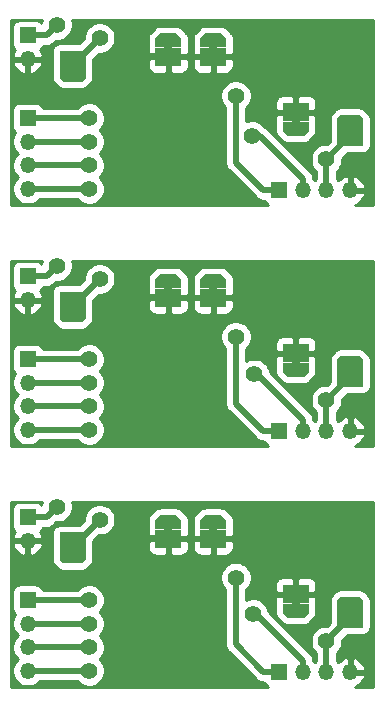
<source format=gbr>
G04 #@! TF.GenerationSoftware,KiCad,Pcbnew,(5.1.5)-3*
G04 #@! TF.CreationDate,2020-05-20T15:16:41-05:00*
G04 #@! TF.ProjectId,multiBoard_small,6d756c74-6942-46f6-9172-645f736d616c,rev?*
G04 #@! TF.SameCoordinates,PX5a995c0PY68e7780*
G04 #@! TF.FileFunction,Copper,L2,Bot*
G04 #@! TF.FilePolarity,Positive*
%FSLAX46Y46*%
G04 Gerber Fmt 4.6, Leading zero omitted, Abs format (unit mm)*
G04 Created by KiCad (PCBNEW (5.1.5)-3) date 2020-05-20 15:16:41*
%MOMM*%
%LPD*%
G04 APERTURE LIST*
%ADD10C,0.100000*%
%ADD11R,1.350000X1.350000*%
%ADD12O,1.350000X1.350000*%
%ADD13R,2.200000X2.000000*%
%ADD14C,0.710000*%
%ADD15R,2.200000X1.600000*%
%ADD16C,0.910000*%
%ADD17C,1.400000*%
%ADD18C,0.508000*%
%ADD19C,0.254000*%
G04 APERTURE END LIST*
D10*
G36*
X11400000Y15600000D02*
G01*
X11100000Y15300000D01*
X9500000Y15300000D01*
X9200000Y15600000D01*
X9200000Y15900000D01*
X11400000Y15900000D01*
X11400000Y15600000D01*
G37*
G36*
X21100000Y18200000D02*
G01*
X21100000Y19000000D01*
X21500000Y19400000D01*
X22900000Y19400000D01*
X23300000Y19000000D01*
X23300000Y18200000D01*
X21100000Y18200000D01*
G37*
G36*
X32700000Y12175000D02*
G01*
X33000000Y12475000D01*
X34600000Y12475000D01*
X34900000Y12175000D01*
X34900000Y11875000D01*
X32700000Y11875000D01*
X32700000Y12175000D01*
G37*
G36*
X30300000Y11900000D02*
G01*
X30300000Y11100000D01*
X29900000Y10700000D01*
X28500000Y10700000D01*
X28100000Y11100000D01*
X28100000Y11900000D01*
X30300000Y11900000D01*
G37*
G36*
X17300000Y18200000D02*
G01*
X17300000Y19000000D01*
X17700000Y19400000D01*
X19100000Y19400000D01*
X19500000Y19000000D01*
X19500000Y18200000D01*
X17300000Y18200000D01*
G37*
G36*
X21100000Y59000000D02*
G01*
X21100000Y59800000D01*
X21500000Y60200000D01*
X22900000Y60200000D01*
X23300000Y59800000D01*
X23300000Y59000000D01*
X21100000Y59000000D01*
G37*
G36*
X11400000Y56400000D02*
G01*
X11100000Y56100000D01*
X9500000Y56100000D01*
X9200000Y56400000D01*
X9200000Y56700000D01*
X11400000Y56700000D01*
X11400000Y56400000D01*
G37*
G36*
X30300000Y52700000D02*
G01*
X30300000Y51900000D01*
X29900000Y51500000D01*
X28500000Y51500000D01*
X28100000Y51900000D01*
X28100000Y52700000D01*
X30300000Y52700000D01*
G37*
G36*
X32700000Y52975000D02*
G01*
X33000000Y53275000D01*
X34600000Y53275000D01*
X34900000Y52975000D01*
X34900000Y52675000D01*
X32700000Y52675000D01*
X32700000Y52975000D01*
G37*
G36*
X17300000Y59000000D02*
G01*
X17300000Y59800000D01*
X17700000Y60200000D01*
X19100000Y60200000D01*
X19500000Y59800000D01*
X19500000Y59000000D01*
X17300000Y59000000D01*
G37*
G36*
X32700000Y32575000D02*
G01*
X33000000Y32875000D01*
X34600000Y32875000D01*
X34900000Y32575000D01*
X34900000Y32275000D01*
X32700000Y32275000D01*
X32700000Y32575000D01*
G37*
G36*
X17300000Y38600000D02*
G01*
X17300000Y39400000D01*
X17700000Y39800000D01*
X19100000Y39800000D01*
X19500000Y39400000D01*
X19500000Y38600000D01*
X17300000Y38600000D01*
G37*
G36*
X21100000Y38600000D02*
G01*
X21100000Y39400000D01*
X21500000Y39800000D01*
X22900000Y39800000D01*
X23300000Y39400000D01*
X23300000Y38600000D01*
X21100000Y38600000D01*
G37*
G36*
X30300000Y32300000D02*
G01*
X30300000Y31500000D01*
X29900000Y31100000D01*
X28500000Y31100000D01*
X28100000Y31500000D01*
X28100000Y32300000D01*
X30300000Y32300000D01*
G37*
G36*
X11400000Y36000000D02*
G01*
X11100000Y35700000D01*
X9500000Y35700000D01*
X9200000Y36000000D01*
X9200000Y36300000D01*
X11400000Y36300000D01*
X11400000Y36000000D01*
G37*
D11*
X6500000Y19200000D03*
D12*
X6500000Y17200000D03*
D13*
X10300000Y16900000D03*
D14*
X10300000Y15925000D03*
X10300000Y16275000D03*
D12*
X33800000Y6100000D03*
X31800000Y6100000D03*
X29800000Y6100000D03*
D11*
X27800000Y6100000D03*
D15*
X22200000Y17400000D03*
D16*
X22200000Y18800000D03*
X22200000Y18400000D03*
D14*
X33800000Y11500000D03*
X33800000Y11850000D03*
D13*
X33800000Y10875000D03*
D11*
X6500000Y12200000D03*
D12*
X6500000Y10200000D03*
X6500000Y8200000D03*
X6500000Y6200000D03*
D15*
X29200000Y12700000D03*
D16*
X29200000Y11300000D03*
X29200000Y11700000D03*
D15*
X18400000Y17400000D03*
D16*
X18400000Y18800000D03*
X18400000Y18400000D03*
D15*
X22200000Y58200000D03*
D16*
X22200000Y59600000D03*
X22200000Y59200000D03*
D13*
X10300000Y57700000D03*
D14*
X10300000Y56725000D03*
X10300000Y57075000D03*
D11*
X6500000Y60000000D03*
D12*
X6500000Y58000000D03*
X33800000Y46900000D03*
X31800000Y46900000D03*
X29800000Y46900000D03*
D11*
X27800000Y46900000D03*
D15*
X29200000Y53500000D03*
D16*
X29200000Y52100000D03*
X29200000Y52500000D03*
D11*
X6500000Y53000000D03*
D12*
X6500000Y51000000D03*
X6500000Y49000000D03*
X6500000Y47000000D03*
D14*
X33800000Y52300000D03*
X33800000Y52650000D03*
D13*
X33800000Y51675000D03*
D15*
X18400000Y58200000D03*
D16*
X18400000Y59600000D03*
X18400000Y59200000D03*
D12*
X6500000Y26600000D03*
X6500000Y28600000D03*
X6500000Y30600000D03*
D11*
X6500000Y32600000D03*
X27800000Y26500000D03*
D12*
X29800000Y26500000D03*
X31800000Y26500000D03*
X33800000Y26500000D03*
X6500000Y37600000D03*
D11*
X6500000Y39600000D03*
D13*
X33800000Y31275000D03*
D14*
X33800000Y32250000D03*
X33800000Y31900000D03*
D16*
X18400000Y38800000D03*
X18400000Y39200000D03*
D15*
X18400000Y37800000D03*
D16*
X22200000Y38800000D03*
X22200000Y39200000D03*
D15*
X22200000Y37800000D03*
D16*
X29200000Y32100000D03*
X29200000Y31700000D03*
D15*
X29200000Y33100000D03*
D14*
X10300000Y36675000D03*
X10300000Y36325000D03*
D13*
X10300000Y37300000D03*
D17*
X31800000Y29100000D03*
X31800000Y49500000D03*
X31800000Y8700000D03*
X20800000Y33800000D03*
X14800000Y39400000D03*
X20800000Y54200000D03*
X14800000Y59800000D03*
X20800000Y13400000D03*
X14800000Y19000000D03*
X9000002Y40500000D03*
X9000002Y60900000D03*
X9000002Y20100000D03*
X24123239Y34492904D03*
X24123239Y54892904D03*
X24123239Y14092904D03*
X11700000Y26600000D03*
X11700000Y47000000D03*
X11700000Y6200000D03*
X11700000Y28600000D03*
X11700000Y49000000D03*
X11700000Y8200000D03*
X11700000Y30600000D03*
X11700000Y51000000D03*
X11700000Y10200000D03*
X11700001Y32600000D03*
X11700001Y53000000D03*
X11700001Y12200000D03*
X25500000Y51499999D03*
X25700000Y31300000D03*
X25600000Y11000000D03*
X12600000Y39399998D03*
X12600000Y59799998D03*
X12600000Y18999998D03*
D18*
X33736999Y31036999D02*
X33800000Y31036999D01*
X31800000Y29100000D02*
X33736999Y31036999D01*
X31800000Y29100000D02*
X31800000Y26500000D01*
X33736999Y51436999D02*
X33800000Y51436999D01*
X31800000Y49500000D02*
X33736999Y51436999D01*
X31800000Y49500000D02*
X31800000Y46900000D01*
X33736999Y10636999D02*
X33800000Y10636999D01*
X31800000Y8700000D02*
X33736999Y10636999D01*
X31800000Y8700000D02*
X31800000Y6100000D01*
X14800000Y39400000D02*
X16363001Y37836999D01*
X16363001Y37836999D02*
X18400000Y37836999D01*
X18400000Y37800000D02*
X22200000Y37800000D01*
X18400000Y58200000D02*
X22200000Y58200000D01*
X14800000Y59800000D02*
X16363001Y58236999D01*
X16363001Y58236999D02*
X18400000Y58236999D01*
X18400000Y17400000D02*
X22200000Y17400000D01*
X14800000Y19000000D02*
X16363001Y17436999D01*
X16363001Y17436999D02*
X18400000Y17436999D01*
X8100002Y39600000D02*
X9000002Y40500000D01*
X6500000Y39600000D02*
X8100002Y39600000D01*
X8100002Y60000000D02*
X9000002Y60900000D01*
X6500000Y60000000D02*
X8100002Y60000000D01*
X8100002Y19200000D02*
X9000002Y20100000D01*
X6500000Y19200000D02*
X8100002Y19200000D01*
X27800000Y26500000D02*
X26460156Y26500000D01*
X24123239Y28836917D02*
X24123239Y33644376D01*
X24123239Y33644376D02*
X24123239Y34492904D01*
X26460156Y26500000D02*
X24123239Y28836917D01*
X24123239Y54044376D02*
X24123239Y54892904D01*
X24123239Y49236917D02*
X24123239Y54044376D01*
X26460156Y46900000D02*
X24123239Y49236917D01*
X27800000Y46900000D02*
X26460156Y46900000D01*
X24123239Y13244376D02*
X24123239Y14092904D01*
X24123239Y8436917D02*
X24123239Y13244376D01*
X26460156Y6100000D02*
X24123239Y8436917D01*
X27800000Y6100000D02*
X26460156Y6100000D01*
X6500000Y26600000D02*
X11700000Y26600000D01*
X6500000Y47000000D02*
X11700000Y47000000D01*
X6500000Y6200000D02*
X11700000Y6200000D01*
X11700000Y28600000D02*
X6500000Y28600000D01*
X11700000Y49000000D02*
X6500000Y49000000D01*
X11700000Y8200000D02*
X6500000Y8200000D01*
X11700000Y30600000D02*
X6500000Y30600000D01*
X11700000Y51000000D02*
X6500000Y51000000D01*
X11700000Y10200000D02*
X6500000Y10200000D01*
X6500000Y32600000D02*
X11700001Y32600000D01*
X6500000Y53000000D02*
X11700001Y53000000D01*
X6500000Y12200000D02*
X11700001Y12200000D01*
X29800000Y47854594D02*
X26154595Y51499999D01*
X26154595Y51499999D02*
X25500000Y51499999D01*
X29800000Y46900000D02*
X29800000Y47854594D01*
X29800000Y27454594D02*
X25954594Y31300000D01*
X29800000Y26500000D02*
X29800000Y27454594D01*
X25954594Y31300000D02*
X25700000Y31300000D01*
X25854594Y11000000D02*
X25600000Y11000000D01*
X29800000Y7054594D02*
X25854594Y11000000D01*
X29800000Y6100000D02*
X29800000Y7054594D01*
X10738003Y37538001D02*
X12000001Y38799999D01*
X12000001Y38799999D02*
X12600000Y39399998D01*
X10300000Y37538001D02*
X10738003Y37538001D01*
X12000001Y59199999D02*
X12600000Y59799998D01*
X10738003Y57938001D02*
X12000001Y59199999D01*
X10300000Y57938001D02*
X10738003Y57938001D01*
X12000001Y18399999D02*
X12600000Y18999998D01*
X10738003Y17138001D02*
X12000001Y18399999D01*
X10300000Y17138001D02*
X10738003Y17138001D01*
D19*
G36*
X7716306Y40889405D02*
G01*
X7672591Y40669639D01*
X7626185Y40726185D01*
X7529494Y40805537D01*
X7419180Y40864502D01*
X7299482Y40900812D01*
X7175000Y40913072D01*
X5825000Y40913072D01*
X5700518Y40900812D01*
X5580820Y40864502D01*
X5470506Y40805537D01*
X5373815Y40726185D01*
X5294463Y40629494D01*
X5235498Y40519180D01*
X5199188Y40399482D01*
X5186928Y40275000D01*
X5186928Y38925000D01*
X5199188Y38800518D01*
X5235498Y38680820D01*
X5294463Y38570506D01*
X5373815Y38473815D01*
X5467559Y38396881D01*
X5370527Y38263629D01*
X5262762Y38030528D01*
X5232090Y37929400D01*
X5355776Y37727000D01*
X6373000Y37727000D01*
X6373000Y37747000D01*
X6627000Y37747000D01*
X6627000Y37727000D01*
X7644224Y37727000D01*
X7767910Y37929400D01*
X7737238Y38030528D01*
X7629473Y38263629D01*
X7602989Y38300000D01*
X8561928Y38300000D01*
X8561928Y36300000D01*
X8565000Y36268808D01*
X8565000Y36000000D01*
X8570727Y35941594D01*
X8575836Y35883191D01*
X8576767Y35879987D01*
X8577093Y35876661D01*
X8594063Y35820452D01*
X8610412Y35764181D01*
X8611947Y35761220D01*
X8612913Y35758020D01*
X8640462Y35706207D01*
X8667444Y35654154D01*
X8669527Y35651544D01*
X8671095Y35648596D01*
X8708165Y35603143D01*
X8744762Y35557300D01*
X8749347Y35552650D01*
X8749423Y35552557D01*
X8749509Y35552486D01*
X8750987Y35550987D01*
X9050987Y35250987D01*
X9096365Y35213713D01*
X9141246Y35176053D01*
X9144168Y35174447D01*
X9146752Y35172324D01*
X9198516Y35144569D01*
X9249847Y35116349D01*
X9253026Y35115340D01*
X9255972Y35113761D01*
X9312068Y35096611D01*
X9367976Y35078876D01*
X9371297Y35078503D01*
X9374488Y35077528D01*
X9432816Y35071603D01*
X9491134Y35065062D01*
X9497662Y35065016D01*
X9497784Y35065004D01*
X9497897Y35065015D01*
X9500000Y35065000D01*
X11100000Y35065000D01*
X11158406Y35070727D01*
X11216809Y35075836D01*
X11220013Y35076767D01*
X11223339Y35077093D01*
X11279548Y35094063D01*
X11335819Y35110412D01*
X11338780Y35111947D01*
X11341980Y35112913D01*
X11393793Y35140462D01*
X11445846Y35167444D01*
X11448456Y35169527D01*
X11451404Y35171095D01*
X11496857Y35208165D01*
X11542700Y35244762D01*
X11547350Y35249347D01*
X11547443Y35249423D01*
X11547514Y35249509D01*
X11549013Y35250987D01*
X11849013Y35550987D01*
X11886287Y35596365D01*
X11923947Y35641246D01*
X11925553Y35644168D01*
X11927676Y35646752D01*
X11955431Y35698516D01*
X11983651Y35749847D01*
X11984660Y35753026D01*
X11986239Y35755972D01*
X12003389Y35812068D01*
X12021124Y35867976D01*
X12021497Y35871297D01*
X12022472Y35874488D01*
X12028397Y35932816D01*
X12034938Y35991134D01*
X12034984Y35997662D01*
X12034996Y35997784D01*
X12034985Y35997897D01*
X12035000Y36000000D01*
X12035000Y36268808D01*
X12038072Y36300000D01*
X12038072Y37000000D01*
X16661928Y37000000D01*
X16674188Y36875518D01*
X16710498Y36755820D01*
X16769463Y36645506D01*
X16848815Y36548815D01*
X16945506Y36469463D01*
X17055820Y36410498D01*
X17175518Y36374188D01*
X17300000Y36361928D01*
X18114250Y36365000D01*
X18273000Y36523750D01*
X18273000Y37673000D01*
X18527000Y37673000D01*
X18527000Y36523750D01*
X18685750Y36365000D01*
X19500000Y36361928D01*
X19624482Y36374188D01*
X19744180Y36410498D01*
X19854494Y36469463D01*
X19951185Y36548815D01*
X20030537Y36645506D01*
X20089502Y36755820D01*
X20125812Y36875518D01*
X20138072Y37000000D01*
X20461928Y37000000D01*
X20474188Y36875518D01*
X20510498Y36755820D01*
X20569463Y36645506D01*
X20648815Y36548815D01*
X20745506Y36469463D01*
X20855820Y36410498D01*
X20975518Y36374188D01*
X21100000Y36361928D01*
X21914250Y36365000D01*
X22073000Y36523750D01*
X22073000Y37673000D01*
X22327000Y37673000D01*
X22327000Y36523750D01*
X22485750Y36365000D01*
X23300000Y36361928D01*
X23424482Y36374188D01*
X23544180Y36410498D01*
X23654494Y36469463D01*
X23751185Y36548815D01*
X23830537Y36645506D01*
X23889502Y36755820D01*
X23925812Y36875518D01*
X23938072Y37000000D01*
X23935000Y37514250D01*
X23776250Y37673000D01*
X22327000Y37673000D01*
X22073000Y37673000D01*
X20623750Y37673000D01*
X20465000Y37514250D01*
X20461928Y37000000D01*
X20138072Y37000000D01*
X20135000Y37514250D01*
X19976250Y37673000D01*
X18527000Y37673000D01*
X18273000Y37673000D01*
X16823750Y37673000D01*
X16665000Y37514250D01*
X16661928Y37000000D01*
X12038072Y37000000D01*
X12038072Y37580834D01*
X12522236Y38064998D01*
X12731486Y38064998D01*
X12989405Y38116302D01*
X13232359Y38216937D01*
X13451013Y38363036D01*
X13636962Y38548985D01*
X13671048Y38600000D01*
X16661928Y38600000D01*
X16665000Y38085750D01*
X16823750Y37927000D01*
X17744589Y37927000D01*
X17883691Y37834055D01*
X18082059Y37751888D01*
X18292644Y37710000D01*
X18507356Y37710000D01*
X18717941Y37751888D01*
X18916309Y37834055D01*
X19055411Y37927000D01*
X19976250Y37927000D01*
X20135000Y38085750D01*
X20138072Y38600000D01*
X20461928Y38600000D01*
X20465000Y38085750D01*
X20623750Y37927000D01*
X21544589Y37927000D01*
X21683691Y37834055D01*
X21882059Y37751888D01*
X22092644Y37710000D01*
X22307356Y37710000D01*
X22517941Y37751888D01*
X22716309Y37834055D01*
X22855411Y37927000D01*
X23776250Y37927000D01*
X23935000Y38085750D01*
X23938072Y38600000D01*
X23935000Y38631192D01*
X23935000Y39400000D01*
X23929274Y39458402D01*
X23924164Y39516809D01*
X23923233Y39520013D01*
X23922907Y39523339D01*
X23905937Y39579548D01*
X23889588Y39635819D01*
X23888053Y39638780D01*
X23887087Y39641980D01*
X23859538Y39693793D01*
X23832556Y39745846D01*
X23830473Y39748456D01*
X23828905Y39751404D01*
X23791835Y39796857D01*
X23755238Y39842700D01*
X23750653Y39847350D01*
X23750577Y39847443D01*
X23750491Y39847514D01*
X23749013Y39849013D01*
X23349013Y40249013D01*
X23303635Y40286287D01*
X23258754Y40323947D01*
X23255832Y40325553D01*
X23253248Y40327676D01*
X23201503Y40355421D01*
X23150153Y40383651D01*
X23146971Y40384660D01*
X23144027Y40386239D01*
X23087946Y40403384D01*
X23032024Y40421124D01*
X23028703Y40421497D01*
X23025512Y40422472D01*
X22967184Y40428397D01*
X22908866Y40434938D01*
X22902338Y40434984D01*
X22902216Y40434996D01*
X22902103Y40434985D01*
X22900000Y40435000D01*
X21500000Y40435000D01*
X21441598Y40429274D01*
X21383191Y40424164D01*
X21379987Y40423233D01*
X21376661Y40422907D01*
X21320452Y40405937D01*
X21264181Y40389588D01*
X21261220Y40388053D01*
X21258020Y40387087D01*
X21206207Y40359538D01*
X21154154Y40332556D01*
X21151544Y40330473D01*
X21148596Y40328905D01*
X21103143Y40291835D01*
X21057300Y40255238D01*
X21052650Y40250653D01*
X21052557Y40250577D01*
X21052486Y40250491D01*
X21050987Y40249013D01*
X20650987Y39849013D01*
X20613713Y39803635D01*
X20576053Y39758754D01*
X20574447Y39755832D01*
X20572324Y39753248D01*
X20544579Y39701503D01*
X20516349Y39650153D01*
X20515340Y39646971D01*
X20513761Y39644027D01*
X20496616Y39587946D01*
X20478876Y39532024D01*
X20478503Y39528703D01*
X20477528Y39525512D01*
X20471603Y39467184D01*
X20465062Y39408866D01*
X20465016Y39402338D01*
X20465004Y39402216D01*
X20465015Y39402103D01*
X20465000Y39400000D01*
X20465000Y38631192D01*
X20461928Y38600000D01*
X20138072Y38600000D01*
X20135000Y38631192D01*
X20135000Y39400000D01*
X20129274Y39458402D01*
X20124164Y39516809D01*
X20123233Y39520013D01*
X20122907Y39523339D01*
X20105937Y39579548D01*
X20089588Y39635819D01*
X20088053Y39638780D01*
X20087087Y39641980D01*
X20059538Y39693793D01*
X20032556Y39745846D01*
X20030473Y39748456D01*
X20028905Y39751404D01*
X19991835Y39796857D01*
X19955238Y39842700D01*
X19950653Y39847350D01*
X19950577Y39847443D01*
X19950491Y39847514D01*
X19949013Y39849013D01*
X19549013Y40249013D01*
X19503635Y40286287D01*
X19458754Y40323947D01*
X19455832Y40325553D01*
X19453248Y40327676D01*
X19401503Y40355421D01*
X19350153Y40383651D01*
X19346971Y40384660D01*
X19344027Y40386239D01*
X19287946Y40403384D01*
X19232024Y40421124D01*
X19228703Y40421497D01*
X19225512Y40422472D01*
X19167184Y40428397D01*
X19108866Y40434938D01*
X19102338Y40434984D01*
X19102216Y40434996D01*
X19102103Y40434985D01*
X19100000Y40435000D01*
X17700000Y40435000D01*
X17641598Y40429274D01*
X17583191Y40424164D01*
X17579987Y40423233D01*
X17576661Y40422907D01*
X17520452Y40405937D01*
X17464181Y40389588D01*
X17461220Y40388053D01*
X17458020Y40387087D01*
X17406207Y40359538D01*
X17354154Y40332556D01*
X17351544Y40330473D01*
X17348596Y40328905D01*
X17303143Y40291835D01*
X17257300Y40255238D01*
X17252650Y40250653D01*
X17252557Y40250577D01*
X17252486Y40250491D01*
X17250987Y40249013D01*
X16850987Y39849013D01*
X16813713Y39803635D01*
X16776053Y39758754D01*
X16774447Y39755832D01*
X16772324Y39753248D01*
X16744579Y39701503D01*
X16716349Y39650153D01*
X16715340Y39646971D01*
X16713761Y39644027D01*
X16696616Y39587946D01*
X16678876Y39532024D01*
X16678503Y39528703D01*
X16677528Y39525512D01*
X16671603Y39467184D01*
X16665062Y39408866D01*
X16665016Y39402338D01*
X16665004Y39402216D01*
X16665015Y39402103D01*
X16665000Y39400000D01*
X16665000Y38631192D01*
X16661928Y38600000D01*
X13671048Y38600000D01*
X13783061Y38767639D01*
X13883696Y39010593D01*
X13935000Y39268512D01*
X13935000Y39531484D01*
X13883696Y39789403D01*
X13783061Y40032357D01*
X13636962Y40251011D01*
X13451013Y40436960D01*
X13232359Y40583059D01*
X12989405Y40683694D01*
X12731486Y40734998D01*
X12468514Y40734998D01*
X12210595Y40683694D01*
X11967641Y40583059D01*
X11748987Y40436960D01*
X11563038Y40251011D01*
X11416939Y40032357D01*
X11316304Y39789403D01*
X11265000Y39531484D01*
X11265000Y39322234D01*
X10880838Y38938072D01*
X9200000Y38938072D01*
X9075518Y38925812D01*
X8955820Y38889502D01*
X8845506Y38830537D01*
X8748815Y38751185D01*
X8669463Y38654494D01*
X8610498Y38544180D01*
X8574188Y38424482D01*
X8561928Y38300000D01*
X7602989Y38300000D01*
X7532441Y38396881D01*
X7626185Y38473815D01*
X7705537Y38570506D01*
X7764502Y38680820D01*
X7773657Y38711000D01*
X8056342Y38711000D01*
X8100002Y38706700D01*
X8143662Y38711000D01*
X8143669Y38711000D01*
X8274276Y38723864D01*
X8441853Y38774697D01*
X8596293Y38857247D01*
X8731661Y38968341D01*
X8759501Y39002264D01*
X8922237Y39165000D01*
X9131488Y39165000D01*
X9389407Y39216304D01*
X9632361Y39316939D01*
X9851015Y39463038D01*
X10036964Y39648987D01*
X10183063Y39867641D01*
X10283698Y40110595D01*
X10335002Y40368514D01*
X10335002Y40631486D01*
X10283698Y40889405D01*
X10262741Y40940000D01*
X35740000Y40940000D01*
X35740001Y25260000D01*
X34221421Y25260000D01*
X34230528Y25262762D01*
X34463629Y25370527D01*
X34671227Y25521697D01*
X34845344Y25710463D01*
X34979289Y25929570D01*
X35067915Y26170599D01*
X34945085Y26373000D01*
X33927000Y26373000D01*
X33927000Y26353000D01*
X33673000Y26353000D01*
X33673000Y26373000D01*
X33653000Y26373000D01*
X33653000Y26627000D01*
X33673000Y26627000D01*
X33673000Y27644224D01*
X33927000Y27644224D01*
X33927000Y26627000D01*
X34945085Y26627000D01*
X35067915Y26829401D01*
X34979289Y27070430D01*
X34845344Y27289537D01*
X34671227Y27478303D01*
X34463629Y27629473D01*
X34230528Y27737238D01*
X34129400Y27767910D01*
X33927000Y27644224D01*
X33673000Y27644224D01*
X33470600Y27767910D01*
X33369472Y27737238D01*
X33136371Y27629473D01*
X32928773Y27478303D01*
X32806681Y27345940D01*
X32689000Y27463621D01*
X32689000Y28101025D01*
X32836962Y28248987D01*
X32983061Y28467641D01*
X33083696Y28710595D01*
X33135000Y28968514D01*
X33135000Y29177765D01*
X33594163Y29636928D01*
X34900000Y29636928D01*
X35024482Y29649188D01*
X35144180Y29685498D01*
X35254494Y29744463D01*
X35351185Y29823815D01*
X35430537Y29920506D01*
X35489502Y30030820D01*
X35525812Y30150518D01*
X35538072Y30275000D01*
X35538072Y32275000D01*
X35535000Y32306192D01*
X35535000Y32575000D01*
X35529273Y32633406D01*
X35524164Y32691809D01*
X35523233Y32695013D01*
X35522907Y32698339D01*
X35505937Y32754548D01*
X35489588Y32810819D01*
X35488053Y32813780D01*
X35487087Y32816980D01*
X35459538Y32868793D01*
X35432556Y32920846D01*
X35430473Y32923456D01*
X35428905Y32926404D01*
X35391835Y32971857D01*
X35355238Y33017700D01*
X35350653Y33022350D01*
X35350577Y33022443D01*
X35350491Y33022514D01*
X35349013Y33024013D01*
X35049013Y33324013D01*
X35003635Y33361287D01*
X34958754Y33398947D01*
X34955832Y33400553D01*
X34953248Y33402676D01*
X34901503Y33430421D01*
X34850153Y33458651D01*
X34846971Y33459660D01*
X34844027Y33461239D01*
X34787946Y33478384D01*
X34732024Y33496124D01*
X34728703Y33496497D01*
X34725512Y33497472D01*
X34667184Y33503397D01*
X34608866Y33509938D01*
X34602338Y33509984D01*
X34602216Y33509996D01*
X34602103Y33509985D01*
X34600000Y33510000D01*
X33000000Y33510000D01*
X32941594Y33504273D01*
X32883191Y33499164D01*
X32879987Y33498233D01*
X32876661Y33497907D01*
X32820452Y33480937D01*
X32764181Y33464588D01*
X32761220Y33463053D01*
X32758020Y33462087D01*
X32706207Y33434538D01*
X32654154Y33407556D01*
X32651544Y33405473D01*
X32648596Y33403905D01*
X32603143Y33366835D01*
X32557300Y33330238D01*
X32552650Y33325653D01*
X32552557Y33325577D01*
X32552486Y33325491D01*
X32550987Y33324013D01*
X32250987Y33024013D01*
X32213713Y32978635D01*
X32176053Y32933754D01*
X32174447Y32930832D01*
X32172324Y32928248D01*
X32144579Y32876503D01*
X32116349Y32825153D01*
X32115340Y32821971D01*
X32113761Y32819027D01*
X32096616Y32762946D01*
X32078876Y32707024D01*
X32078503Y32703703D01*
X32077528Y32700512D01*
X32071603Y32642184D01*
X32065062Y32583866D01*
X32065016Y32577338D01*
X32065004Y32577216D01*
X32065015Y32577103D01*
X32065000Y32575000D01*
X32065000Y32306192D01*
X32061928Y32275000D01*
X32061928Y30619163D01*
X31877765Y30435000D01*
X31668514Y30435000D01*
X31410595Y30383696D01*
X31167641Y30283061D01*
X30948987Y30136962D01*
X30763038Y29951013D01*
X30616939Y29732359D01*
X30516304Y29489405D01*
X30465000Y29231486D01*
X30465000Y28968514D01*
X30516304Y28710595D01*
X30616939Y28467641D01*
X30763038Y28248987D01*
X30911000Y28101025D01*
X30911001Y27463622D01*
X30800000Y27352621D01*
X30692784Y27459837D01*
X30689000Y27498255D01*
X30689000Y27498261D01*
X30676136Y27628868D01*
X30676136Y27628870D01*
X30636083Y27760907D01*
X30625303Y27796445D01*
X30542753Y27950885D01*
X30431659Y28086253D01*
X30397736Y28114093D01*
X27023741Y31488088D01*
X26983696Y31689405D01*
X26883061Y31932359D01*
X26736962Y32151013D01*
X26587975Y32300000D01*
X27461928Y32300000D01*
X27465000Y32268808D01*
X27465000Y31500000D01*
X27470727Y31441594D01*
X27475836Y31383191D01*
X27476767Y31379987D01*
X27477093Y31376661D01*
X27494063Y31320452D01*
X27510412Y31264181D01*
X27511947Y31261220D01*
X27512913Y31258020D01*
X27540462Y31206207D01*
X27567444Y31154154D01*
X27569527Y31151544D01*
X27571095Y31148596D01*
X27608165Y31103143D01*
X27644762Y31057300D01*
X27649347Y31052650D01*
X27649423Y31052557D01*
X27649509Y31052486D01*
X27650987Y31050987D01*
X28050987Y30650987D01*
X28096338Y30613735D01*
X28141246Y30576053D01*
X28144171Y30574445D01*
X28146752Y30572325D01*
X28198477Y30544590D01*
X28249847Y30516349D01*
X28253026Y30515340D01*
X28255972Y30513761D01*
X28312068Y30496611D01*
X28367976Y30478876D01*
X28371297Y30478503D01*
X28374488Y30477528D01*
X28432816Y30471603D01*
X28491134Y30465062D01*
X28497662Y30465016D01*
X28497784Y30465004D01*
X28497897Y30465015D01*
X28500000Y30465000D01*
X29900000Y30465000D01*
X29958406Y30470727D01*
X30016809Y30475836D01*
X30020013Y30476767D01*
X30023339Y30477093D01*
X30079548Y30494063D01*
X30135819Y30510412D01*
X30138780Y30511947D01*
X30141980Y30512913D01*
X30193793Y30540462D01*
X30245846Y30567444D01*
X30248456Y30569527D01*
X30251404Y30571095D01*
X30296857Y30608165D01*
X30342700Y30644762D01*
X30347350Y30649347D01*
X30347443Y30649423D01*
X30347514Y30649509D01*
X30349013Y30650987D01*
X30749013Y31050987D01*
X30786265Y31096338D01*
X30823947Y31141246D01*
X30825555Y31144171D01*
X30827675Y31146752D01*
X30855410Y31198477D01*
X30883651Y31249847D01*
X30884660Y31253026D01*
X30886239Y31255972D01*
X30903389Y31312068D01*
X30921124Y31367976D01*
X30921497Y31371297D01*
X30922472Y31374488D01*
X30928397Y31432816D01*
X30934938Y31491134D01*
X30934984Y31497662D01*
X30934996Y31497784D01*
X30934985Y31497897D01*
X30935000Y31500000D01*
X30935000Y32268808D01*
X30938072Y32300000D01*
X30935000Y32814250D01*
X30776250Y32973000D01*
X29855411Y32973000D01*
X29716309Y33065945D01*
X29517941Y33148112D01*
X29307356Y33190000D01*
X29092644Y33190000D01*
X28882059Y33148112D01*
X28683691Y33065945D01*
X28544589Y32973000D01*
X27623750Y32973000D01*
X27465000Y32814250D01*
X27461928Y32300000D01*
X26587975Y32300000D01*
X26551013Y32336962D01*
X26332359Y32483061D01*
X26089405Y32583696D01*
X25831486Y32635000D01*
X25568514Y32635000D01*
X25310595Y32583696D01*
X25067641Y32483061D01*
X25012239Y32446043D01*
X25012239Y33493929D01*
X25160201Y33641891D01*
X25306300Y33860545D01*
X25322642Y33900000D01*
X27461928Y33900000D01*
X27465000Y33385750D01*
X27623750Y33227000D01*
X29073000Y33227000D01*
X29073000Y34376250D01*
X29327000Y34376250D01*
X29327000Y33227000D01*
X30776250Y33227000D01*
X30935000Y33385750D01*
X30938072Y33900000D01*
X30925812Y34024482D01*
X30889502Y34144180D01*
X30830537Y34254494D01*
X30751185Y34351185D01*
X30654494Y34430537D01*
X30544180Y34489502D01*
X30424482Y34525812D01*
X30300000Y34538072D01*
X29485750Y34535000D01*
X29327000Y34376250D01*
X29073000Y34376250D01*
X28914250Y34535000D01*
X28100000Y34538072D01*
X27975518Y34525812D01*
X27855820Y34489502D01*
X27745506Y34430537D01*
X27648815Y34351185D01*
X27569463Y34254494D01*
X27510498Y34144180D01*
X27474188Y34024482D01*
X27461928Y33900000D01*
X25322642Y33900000D01*
X25406935Y34103499D01*
X25458239Y34361418D01*
X25458239Y34624390D01*
X25406935Y34882309D01*
X25306300Y35125263D01*
X25160201Y35343917D01*
X24974252Y35529866D01*
X24755598Y35675965D01*
X24512644Y35776600D01*
X24254725Y35827904D01*
X23991753Y35827904D01*
X23733834Y35776600D01*
X23490880Y35675965D01*
X23272226Y35529866D01*
X23086277Y35343917D01*
X22940178Y35125263D01*
X22839543Y34882309D01*
X22788239Y34624390D01*
X22788239Y34361418D01*
X22839543Y34103499D01*
X22940178Y33860545D01*
X23086277Y33641891D01*
X23234240Y33493928D01*
X23234239Y28880577D01*
X23229939Y28836917D01*
X23234239Y28793257D01*
X23234239Y28793251D01*
X23240565Y28729024D01*
X23247103Y28662643D01*
X23269237Y28589676D01*
X23297936Y28495067D01*
X23380486Y28340627D01*
X23491580Y28205258D01*
X23525503Y28177418D01*
X25800662Y25902258D01*
X25828497Y25868341D01*
X25963865Y25757247D01*
X26118305Y25674697D01*
X26235048Y25639284D01*
X26285881Y25623864D01*
X26302481Y25622229D01*
X26416489Y25611000D01*
X26416496Y25611000D01*
X26460156Y25606700D01*
X26503816Y25611000D01*
X26526343Y25611000D01*
X26535498Y25580820D01*
X26594463Y25470506D01*
X26673815Y25373815D01*
X26770506Y25294463D01*
X26834981Y25260000D01*
X5060000Y25260000D01*
X5060000Y33275000D01*
X5186928Y33275000D01*
X5186928Y31925000D01*
X5199188Y31800518D01*
X5235498Y31680820D01*
X5294463Y31570506D01*
X5373815Y31473815D01*
X5460697Y31402513D01*
X5339093Y31220518D01*
X5240342Y30982113D01*
X5190000Y30729024D01*
X5190000Y30470976D01*
X5240342Y30217887D01*
X5339093Y29979482D01*
X5482456Y29764923D01*
X5647379Y29600000D01*
X5482456Y29435077D01*
X5339093Y29220518D01*
X5240342Y28982113D01*
X5190000Y28729024D01*
X5190000Y28470976D01*
X5240342Y28217887D01*
X5339093Y27979482D01*
X5482456Y27764923D01*
X5647379Y27600000D01*
X5482456Y27435077D01*
X5339093Y27220518D01*
X5240342Y26982113D01*
X5190000Y26729024D01*
X5190000Y26470976D01*
X5240342Y26217887D01*
X5339093Y25979482D01*
X5482456Y25764923D01*
X5664923Y25582456D01*
X5879482Y25439093D01*
X6117887Y25340342D01*
X6370976Y25290000D01*
X6629024Y25290000D01*
X6882113Y25340342D01*
X7120518Y25439093D01*
X7335077Y25582456D01*
X7463621Y25711000D01*
X10701025Y25711000D01*
X10848987Y25563038D01*
X11067641Y25416939D01*
X11310595Y25316304D01*
X11568514Y25265000D01*
X11831486Y25265000D01*
X12089405Y25316304D01*
X12332359Y25416939D01*
X12551013Y25563038D01*
X12736962Y25748987D01*
X12883061Y25967641D01*
X12983696Y26210595D01*
X13035000Y26468514D01*
X13035000Y26731486D01*
X12983696Y26989405D01*
X12883061Y27232359D01*
X12736962Y27451013D01*
X12587975Y27600000D01*
X12736962Y27748987D01*
X12883061Y27967641D01*
X12983696Y28210595D01*
X13035000Y28468514D01*
X13035000Y28731486D01*
X12983696Y28989405D01*
X12883061Y29232359D01*
X12736962Y29451013D01*
X12587975Y29600000D01*
X12736962Y29748987D01*
X12883061Y29967641D01*
X12983696Y30210595D01*
X13035000Y30468514D01*
X13035000Y30731486D01*
X12983696Y30989405D01*
X12883061Y31232359D01*
X12736962Y31451013D01*
X12587976Y31599999D01*
X12736963Y31748987D01*
X12883062Y31967641D01*
X12983697Y32210595D01*
X13035001Y32468514D01*
X13035001Y32731486D01*
X12983697Y32989405D01*
X12883062Y33232359D01*
X12736963Y33451013D01*
X12551014Y33636962D01*
X12332360Y33783061D01*
X12089406Y33883696D01*
X11831487Y33935000D01*
X11568515Y33935000D01*
X11310596Y33883696D01*
X11067642Y33783061D01*
X10848988Y33636962D01*
X10701026Y33489000D01*
X7773657Y33489000D01*
X7764502Y33519180D01*
X7705537Y33629494D01*
X7626185Y33726185D01*
X7529494Y33805537D01*
X7419180Y33864502D01*
X7299482Y33900812D01*
X7175000Y33913072D01*
X5825000Y33913072D01*
X5700518Y33900812D01*
X5580820Y33864502D01*
X5470506Y33805537D01*
X5373815Y33726185D01*
X5294463Y33629494D01*
X5235498Y33519180D01*
X5199188Y33399482D01*
X5186928Y33275000D01*
X5060000Y33275000D01*
X5060000Y37270600D01*
X5232090Y37270600D01*
X5262762Y37169472D01*
X5370527Y36936371D01*
X5521697Y36728773D01*
X5710463Y36554656D01*
X5929570Y36420711D01*
X6170599Y36332085D01*
X6373000Y36454915D01*
X6373000Y37473000D01*
X6627000Y37473000D01*
X6627000Y36454915D01*
X6829401Y36332085D01*
X7070430Y36420711D01*
X7289537Y36554656D01*
X7478303Y36728773D01*
X7629473Y36936371D01*
X7737238Y37169472D01*
X7767910Y37270600D01*
X7644224Y37473000D01*
X6627000Y37473000D01*
X6373000Y37473000D01*
X5355776Y37473000D01*
X5232090Y37270600D01*
X5060000Y37270600D01*
X5060000Y40940000D01*
X7737263Y40940000D01*
X7716306Y40889405D01*
G37*
X7716306Y40889405D02*
X7672591Y40669639D01*
X7626185Y40726185D01*
X7529494Y40805537D01*
X7419180Y40864502D01*
X7299482Y40900812D01*
X7175000Y40913072D01*
X5825000Y40913072D01*
X5700518Y40900812D01*
X5580820Y40864502D01*
X5470506Y40805537D01*
X5373815Y40726185D01*
X5294463Y40629494D01*
X5235498Y40519180D01*
X5199188Y40399482D01*
X5186928Y40275000D01*
X5186928Y38925000D01*
X5199188Y38800518D01*
X5235498Y38680820D01*
X5294463Y38570506D01*
X5373815Y38473815D01*
X5467559Y38396881D01*
X5370527Y38263629D01*
X5262762Y38030528D01*
X5232090Y37929400D01*
X5355776Y37727000D01*
X6373000Y37727000D01*
X6373000Y37747000D01*
X6627000Y37747000D01*
X6627000Y37727000D01*
X7644224Y37727000D01*
X7767910Y37929400D01*
X7737238Y38030528D01*
X7629473Y38263629D01*
X7602989Y38300000D01*
X8561928Y38300000D01*
X8561928Y36300000D01*
X8565000Y36268808D01*
X8565000Y36000000D01*
X8570727Y35941594D01*
X8575836Y35883191D01*
X8576767Y35879987D01*
X8577093Y35876661D01*
X8594063Y35820452D01*
X8610412Y35764181D01*
X8611947Y35761220D01*
X8612913Y35758020D01*
X8640462Y35706207D01*
X8667444Y35654154D01*
X8669527Y35651544D01*
X8671095Y35648596D01*
X8708165Y35603143D01*
X8744762Y35557300D01*
X8749347Y35552650D01*
X8749423Y35552557D01*
X8749509Y35552486D01*
X8750987Y35550987D01*
X9050987Y35250987D01*
X9096365Y35213713D01*
X9141246Y35176053D01*
X9144168Y35174447D01*
X9146752Y35172324D01*
X9198516Y35144569D01*
X9249847Y35116349D01*
X9253026Y35115340D01*
X9255972Y35113761D01*
X9312068Y35096611D01*
X9367976Y35078876D01*
X9371297Y35078503D01*
X9374488Y35077528D01*
X9432816Y35071603D01*
X9491134Y35065062D01*
X9497662Y35065016D01*
X9497784Y35065004D01*
X9497897Y35065015D01*
X9500000Y35065000D01*
X11100000Y35065000D01*
X11158406Y35070727D01*
X11216809Y35075836D01*
X11220013Y35076767D01*
X11223339Y35077093D01*
X11279548Y35094063D01*
X11335819Y35110412D01*
X11338780Y35111947D01*
X11341980Y35112913D01*
X11393793Y35140462D01*
X11445846Y35167444D01*
X11448456Y35169527D01*
X11451404Y35171095D01*
X11496857Y35208165D01*
X11542700Y35244762D01*
X11547350Y35249347D01*
X11547443Y35249423D01*
X11547514Y35249509D01*
X11549013Y35250987D01*
X11849013Y35550987D01*
X11886287Y35596365D01*
X11923947Y35641246D01*
X11925553Y35644168D01*
X11927676Y35646752D01*
X11955431Y35698516D01*
X11983651Y35749847D01*
X11984660Y35753026D01*
X11986239Y35755972D01*
X12003389Y35812068D01*
X12021124Y35867976D01*
X12021497Y35871297D01*
X12022472Y35874488D01*
X12028397Y35932816D01*
X12034938Y35991134D01*
X12034984Y35997662D01*
X12034996Y35997784D01*
X12034985Y35997897D01*
X12035000Y36000000D01*
X12035000Y36268808D01*
X12038072Y36300000D01*
X12038072Y37000000D01*
X16661928Y37000000D01*
X16674188Y36875518D01*
X16710498Y36755820D01*
X16769463Y36645506D01*
X16848815Y36548815D01*
X16945506Y36469463D01*
X17055820Y36410498D01*
X17175518Y36374188D01*
X17300000Y36361928D01*
X18114250Y36365000D01*
X18273000Y36523750D01*
X18273000Y37673000D01*
X18527000Y37673000D01*
X18527000Y36523750D01*
X18685750Y36365000D01*
X19500000Y36361928D01*
X19624482Y36374188D01*
X19744180Y36410498D01*
X19854494Y36469463D01*
X19951185Y36548815D01*
X20030537Y36645506D01*
X20089502Y36755820D01*
X20125812Y36875518D01*
X20138072Y37000000D01*
X20461928Y37000000D01*
X20474188Y36875518D01*
X20510498Y36755820D01*
X20569463Y36645506D01*
X20648815Y36548815D01*
X20745506Y36469463D01*
X20855820Y36410498D01*
X20975518Y36374188D01*
X21100000Y36361928D01*
X21914250Y36365000D01*
X22073000Y36523750D01*
X22073000Y37673000D01*
X22327000Y37673000D01*
X22327000Y36523750D01*
X22485750Y36365000D01*
X23300000Y36361928D01*
X23424482Y36374188D01*
X23544180Y36410498D01*
X23654494Y36469463D01*
X23751185Y36548815D01*
X23830537Y36645506D01*
X23889502Y36755820D01*
X23925812Y36875518D01*
X23938072Y37000000D01*
X23935000Y37514250D01*
X23776250Y37673000D01*
X22327000Y37673000D01*
X22073000Y37673000D01*
X20623750Y37673000D01*
X20465000Y37514250D01*
X20461928Y37000000D01*
X20138072Y37000000D01*
X20135000Y37514250D01*
X19976250Y37673000D01*
X18527000Y37673000D01*
X18273000Y37673000D01*
X16823750Y37673000D01*
X16665000Y37514250D01*
X16661928Y37000000D01*
X12038072Y37000000D01*
X12038072Y37580834D01*
X12522236Y38064998D01*
X12731486Y38064998D01*
X12989405Y38116302D01*
X13232359Y38216937D01*
X13451013Y38363036D01*
X13636962Y38548985D01*
X13671048Y38600000D01*
X16661928Y38600000D01*
X16665000Y38085750D01*
X16823750Y37927000D01*
X17744589Y37927000D01*
X17883691Y37834055D01*
X18082059Y37751888D01*
X18292644Y37710000D01*
X18507356Y37710000D01*
X18717941Y37751888D01*
X18916309Y37834055D01*
X19055411Y37927000D01*
X19976250Y37927000D01*
X20135000Y38085750D01*
X20138072Y38600000D01*
X20461928Y38600000D01*
X20465000Y38085750D01*
X20623750Y37927000D01*
X21544589Y37927000D01*
X21683691Y37834055D01*
X21882059Y37751888D01*
X22092644Y37710000D01*
X22307356Y37710000D01*
X22517941Y37751888D01*
X22716309Y37834055D01*
X22855411Y37927000D01*
X23776250Y37927000D01*
X23935000Y38085750D01*
X23938072Y38600000D01*
X23935000Y38631192D01*
X23935000Y39400000D01*
X23929274Y39458402D01*
X23924164Y39516809D01*
X23923233Y39520013D01*
X23922907Y39523339D01*
X23905937Y39579548D01*
X23889588Y39635819D01*
X23888053Y39638780D01*
X23887087Y39641980D01*
X23859538Y39693793D01*
X23832556Y39745846D01*
X23830473Y39748456D01*
X23828905Y39751404D01*
X23791835Y39796857D01*
X23755238Y39842700D01*
X23750653Y39847350D01*
X23750577Y39847443D01*
X23750491Y39847514D01*
X23749013Y39849013D01*
X23349013Y40249013D01*
X23303635Y40286287D01*
X23258754Y40323947D01*
X23255832Y40325553D01*
X23253248Y40327676D01*
X23201503Y40355421D01*
X23150153Y40383651D01*
X23146971Y40384660D01*
X23144027Y40386239D01*
X23087946Y40403384D01*
X23032024Y40421124D01*
X23028703Y40421497D01*
X23025512Y40422472D01*
X22967184Y40428397D01*
X22908866Y40434938D01*
X22902338Y40434984D01*
X22902216Y40434996D01*
X22902103Y40434985D01*
X22900000Y40435000D01*
X21500000Y40435000D01*
X21441598Y40429274D01*
X21383191Y40424164D01*
X21379987Y40423233D01*
X21376661Y40422907D01*
X21320452Y40405937D01*
X21264181Y40389588D01*
X21261220Y40388053D01*
X21258020Y40387087D01*
X21206207Y40359538D01*
X21154154Y40332556D01*
X21151544Y40330473D01*
X21148596Y40328905D01*
X21103143Y40291835D01*
X21057300Y40255238D01*
X21052650Y40250653D01*
X21052557Y40250577D01*
X21052486Y40250491D01*
X21050987Y40249013D01*
X20650987Y39849013D01*
X20613713Y39803635D01*
X20576053Y39758754D01*
X20574447Y39755832D01*
X20572324Y39753248D01*
X20544579Y39701503D01*
X20516349Y39650153D01*
X20515340Y39646971D01*
X20513761Y39644027D01*
X20496616Y39587946D01*
X20478876Y39532024D01*
X20478503Y39528703D01*
X20477528Y39525512D01*
X20471603Y39467184D01*
X20465062Y39408866D01*
X20465016Y39402338D01*
X20465004Y39402216D01*
X20465015Y39402103D01*
X20465000Y39400000D01*
X20465000Y38631192D01*
X20461928Y38600000D01*
X20138072Y38600000D01*
X20135000Y38631192D01*
X20135000Y39400000D01*
X20129274Y39458402D01*
X20124164Y39516809D01*
X20123233Y39520013D01*
X20122907Y39523339D01*
X20105937Y39579548D01*
X20089588Y39635819D01*
X20088053Y39638780D01*
X20087087Y39641980D01*
X20059538Y39693793D01*
X20032556Y39745846D01*
X20030473Y39748456D01*
X20028905Y39751404D01*
X19991835Y39796857D01*
X19955238Y39842700D01*
X19950653Y39847350D01*
X19950577Y39847443D01*
X19950491Y39847514D01*
X19949013Y39849013D01*
X19549013Y40249013D01*
X19503635Y40286287D01*
X19458754Y40323947D01*
X19455832Y40325553D01*
X19453248Y40327676D01*
X19401503Y40355421D01*
X19350153Y40383651D01*
X19346971Y40384660D01*
X19344027Y40386239D01*
X19287946Y40403384D01*
X19232024Y40421124D01*
X19228703Y40421497D01*
X19225512Y40422472D01*
X19167184Y40428397D01*
X19108866Y40434938D01*
X19102338Y40434984D01*
X19102216Y40434996D01*
X19102103Y40434985D01*
X19100000Y40435000D01*
X17700000Y40435000D01*
X17641598Y40429274D01*
X17583191Y40424164D01*
X17579987Y40423233D01*
X17576661Y40422907D01*
X17520452Y40405937D01*
X17464181Y40389588D01*
X17461220Y40388053D01*
X17458020Y40387087D01*
X17406207Y40359538D01*
X17354154Y40332556D01*
X17351544Y40330473D01*
X17348596Y40328905D01*
X17303143Y40291835D01*
X17257300Y40255238D01*
X17252650Y40250653D01*
X17252557Y40250577D01*
X17252486Y40250491D01*
X17250987Y40249013D01*
X16850987Y39849013D01*
X16813713Y39803635D01*
X16776053Y39758754D01*
X16774447Y39755832D01*
X16772324Y39753248D01*
X16744579Y39701503D01*
X16716349Y39650153D01*
X16715340Y39646971D01*
X16713761Y39644027D01*
X16696616Y39587946D01*
X16678876Y39532024D01*
X16678503Y39528703D01*
X16677528Y39525512D01*
X16671603Y39467184D01*
X16665062Y39408866D01*
X16665016Y39402338D01*
X16665004Y39402216D01*
X16665015Y39402103D01*
X16665000Y39400000D01*
X16665000Y38631192D01*
X16661928Y38600000D01*
X13671048Y38600000D01*
X13783061Y38767639D01*
X13883696Y39010593D01*
X13935000Y39268512D01*
X13935000Y39531484D01*
X13883696Y39789403D01*
X13783061Y40032357D01*
X13636962Y40251011D01*
X13451013Y40436960D01*
X13232359Y40583059D01*
X12989405Y40683694D01*
X12731486Y40734998D01*
X12468514Y40734998D01*
X12210595Y40683694D01*
X11967641Y40583059D01*
X11748987Y40436960D01*
X11563038Y40251011D01*
X11416939Y40032357D01*
X11316304Y39789403D01*
X11265000Y39531484D01*
X11265000Y39322234D01*
X10880838Y38938072D01*
X9200000Y38938072D01*
X9075518Y38925812D01*
X8955820Y38889502D01*
X8845506Y38830537D01*
X8748815Y38751185D01*
X8669463Y38654494D01*
X8610498Y38544180D01*
X8574188Y38424482D01*
X8561928Y38300000D01*
X7602989Y38300000D01*
X7532441Y38396881D01*
X7626185Y38473815D01*
X7705537Y38570506D01*
X7764502Y38680820D01*
X7773657Y38711000D01*
X8056342Y38711000D01*
X8100002Y38706700D01*
X8143662Y38711000D01*
X8143669Y38711000D01*
X8274276Y38723864D01*
X8441853Y38774697D01*
X8596293Y38857247D01*
X8731661Y38968341D01*
X8759501Y39002264D01*
X8922237Y39165000D01*
X9131488Y39165000D01*
X9389407Y39216304D01*
X9632361Y39316939D01*
X9851015Y39463038D01*
X10036964Y39648987D01*
X10183063Y39867641D01*
X10283698Y40110595D01*
X10335002Y40368514D01*
X10335002Y40631486D01*
X10283698Y40889405D01*
X10262741Y40940000D01*
X35740000Y40940000D01*
X35740001Y25260000D01*
X34221421Y25260000D01*
X34230528Y25262762D01*
X34463629Y25370527D01*
X34671227Y25521697D01*
X34845344Y25710463D01*
X34979289Y25929570D01*
X35067915Y26170599D01*
X34945085Y26373000D01*
X33927000Y26373000D01*
X33927000Y26353000D01*
X33673000Y26353000D01*
X33673000Y26373000D01*
X33653000Y26373000D01*
X33653000Y26627000D01*
X33673000Y26627000D01*
X33673000Y27644224D01*
X33927000Y27644224D01*
X33927000Y26627000D01*
X34945085Y26627000D01*
X35067915Y26829401D01*
X34979289Y27070430D01*
X34845344Y27289537D01*
X34671227Y27478303D01*
X34463629Y27629473D01*
X34230528Y27737238D01*
X34129400Y27767910D01*
X33927000Y27644224D01*
X33673000Y27644224D01*
X33470600Y27767910D01*
X33369472Y27737238D01*
X33136371Y27629473D01*
X32928773Y27478303D01*
X32806681Y27345940D01*
X32689000Y27463621D01*
X32689000Y28101025D01*
X32836962Y28248987D01*
X32983061Y28467641D01*
X33083696Y28710595D01*
X33135000Y28968514D01*
X33135000Y29177765D01*
X33594163Y29636928D01*
X34900000Y29636928D01*
X35024482Y29649188D01*
X35144180Y29685498D01*
X35254494Y29744463D01*
X35351185Y29823815D01*
X35430537Y29920506D01*
X35489502Y30030820D01*
X35525812Y30150518D01*
X35538072Y30275000D01*
X35538072Y32275000D01*
X35535000Y32306192D01*
X35535000Y32575000D01*
X35529273Y32633406D01*
X35524164Y32691809D01*
X35523233Y32695013D01*
X35522907Y32698339D01*
X35505937Y32754548D01*
X35489588Y32810819D01*
X35488053Y32813780D01*
X35487087Y32816980D01*
X35459538Y32868793D01*
X35432556Y32920846D01*
X35430473Y32923456D01*
X35428905Y32926404D01*
X35391835Y32971857D01*
X35355238Y33017700D01*
X35350653Y33022350D01*
X35350577Y33022443D01*
X35350491Y33022514D01*
X35349013Y33024013D01*
X35049013Y33324013D01*
X35003635Y33361287D01*
X34958754Y33398947D01*
X34955832Y33400553D01*
X34953248Y33402676D01*
X34901503Y33430421D01*
X34850153Y33458651D01*
X34846971Y33459660D01*
X34844027Y33461239D01*
X34787946Y33478384D01*
X34732024Y33496124D01*
X34728703Y33496497D01*
X34725512Y33497472D01*
X34667184Y33503397D01*
X34608866Y33509938D01*
X34602338Y33509984D01*
X34602216Y33509996D01*
X34602103Y33509985D01*
X34600000Y33510000D01*
X33000000Y33510000D01*
X32941594Y33504273D01*
X32883191Y33499164D01*
X32879987Y33498233D01*
X32876661Y33497907D01*
X32820452Y33480937D01*
X32764181Y33464588D01*
X32761220Y33463053D01*
X32758020Y33462087D01*
X32706207Y33434538D01*
X32654154Y33407556D01*
X32651544Y33405473D01*
X32648596Y33403905D01*
X32603143Y33366835D01*
X32557300Y33330238D01*
X32552650Y33325653D01*
X32552557Y33325577D01*
X32552486Y33325491D01*
X32550987Y33324013D01*
X32250987Y33024013D01*
X32213713Y32978635D01*
X32176053Y32933754D01*
X32174447Y32930832D01*
X32172324Y32928248D01*
X32144579Y32876503D01*
X32116349Y32825153D01*
X32115340Y32821971D01*
X32113761Y32819027D01*
X32096616Y32762946D01*
X32078876Y32707024D01*
X32078503Y32703703D01*
X32077528Y32700512D01*
X32071603Y32642184D01*
X32065062Y32583866D01*
X32065016Y32577338D01*
X32065004Y32577216D01*
X32065015Y32577103D01*
X32065000Y32575000D01*
X32065000Y32306192D01*
X32061928Y32275000D01*
X32061928Y30619163D01*
X31877765Y30435000D01*
X31668514Y30435000D01*
X31410595Y30383696D01*
X31167641Y30283061D01*
X30948987Y30136962D01*
X30763038Y29951013D01*
X30616939Y29732359D01*
X30516304Y29489405D01*
X30465000Y29231486D01*
X30465000Y28968514D01*
X30516304Y28710595D01*
X30616939Y28467641D01*
X30763038Y28248987D01*
X30911000Y28101025D01*
X30911001Y27463622D01*
X30800000Y27352621D01*
X30692784Y27459837D01*
X30689000Y27498255D01*
X30689000Y27498261D01*
X30676136Y27628868D01*
X30676136Y27628870D01*
X30636083Y27760907D01*
X30625303Y27796445D01*
X30542753Y27950885D01*
X30431659Y28086253D01*
X30397736Y28114093D01*
X27023741Y31488088D01*
X26983696Y31689405D01*
X26883061Y31932359D01*
X26736962Y32151013D01*
X26587975Y32300000D01*
X27461928Y32300000D01*
X27465000Y32268808D01*
X27465000Y31500000D01*
X27470727Y31441594D01*
X27475836Y31383191D01*
X27476767Y31379987D01*
X27477093Y31376661D01*
X27494063Y31320452D01*
X27510412Y31264181D01*
X27511947Y31261220D01*
X27512913Y31258020D01*
X27540462Y31206207D01*
X27567444Y31154154D01*
X27569527Y31151544D01*
X27571095Y31148596D01*
X27608165Y31103143D01*
X27644762Y31057300D01*
X27649347Y31052650D01*
X27649423Y31052557D01*
X27649509Y31052486D01*
X27650987Y31050987D01*
X28050987Y30650987D01*
X28096338Y30613735D01*
X28141246Y30576053D01*
X28144171Y30574445D01*
X28146752Y30572325D01*
X28198477Y30544590D01*
X28249847Y30516349D01*
X28253026Y30515340D01*
X28255972Y30513761D01*
X28312068Y30496611D01*
X28367976Y30478876D01*
X28371297Y30478503D01*
X28374488Y30477528D01*
X28432816Y30471603D01*
X28491134Y30465062D01*
X28497662Y30465016D01*
X28497784Y30465004D01*
X28497897Y30465015D01*
X28500000Y30465000D01*
X29900000Y30465000D01*
X29958406Y30470727D01*
X30016809Y30475836D01*
X30020013Y30476767D01*
X30023339Y30477093D01*
X30079548Y30494063D01*
X30135819Y30510412D01*
X30138780Y30511947D01*
X30141980Y30512913D01*
X30193793Y30540462D01*
X30245846Y30567444D01*
X30248456Y30569527D01*
X30251404Y30571095D01*
X30296857Y30608165D01*
X30342700Y30644762D01*
X30347350Y30649347D01*
X30347443Y30649423D01*
X30347514Y30649509D01*
X30349013Y30650987D01*
X30749013Y31050987D01*
X30786265Y31096338D01*
X30823947Y31141246D01*
X30825555Y31144171D01*
X30827675Y31146752D01*
X30855410Y31198477D01*
X30883651Y31249847D01*
X30884660Y31253026D01*
X30886239Y31255972D01*
X30903389Y31312068D01*
X30921124Y31367976D01*
X30921497Y31371297D01*
X30922472Y31374488D01*
X30928397Y31432816D01*
X30934938Y31491134D01*
X30934984Y31497662D01*
X30934996Y31497784D01*
X30934985Y31497897D01*
X30935000Y31500000D01*
X30935000Y32268808D01*
X30938072Y32300000D01*
X30935000Y32814250D01*
X30776250Y32973000D01*
X29855411Y32973000D01*
X29716309Y33065945D01*
X29517941Y33148112D01*
X29307356Y33190000D01*
X29092644Y33190000D01*
X28882059Y33148112D01*
X28683691Y33065945D01*
X28544589Y32973000D01*
X27623750Y32973000D01*
X27465000Y32814250D01*
X27461928Y32300000D01*
X26587975Y32300000D01*
X26551013Y32336962D01*
X26332359Y32483061D01*
X26089405Y32583696D01*
X25831486Y32635000D01*
X25568514Y32635000D01*
X25310595Y32583696D01*
X25067641Y32483061D01*
X25012239Y32446043D01*
X25012239Y33493929D01*
X25160201Y33641891D01*
X25306300Y33860545D01*
X25322642Y33900000D01*
X27461928Y33900000D01*
X27465000Y33385750D01*
X27623750Y33227000D01*
X29073000Y33227000D01*
X29073000Y34376250D01*
X29327000Y34376250D01*
X29327000Y33227000D01*
X30776250Y33227000D01*
X30935000Y33385750D01*
X30938072Y33900000D01*
X30925812Y34024482D01*
X30889502Y34144180D01*
X30830537Y34254494D01*
X30751185Y34351185D01*
X30654494Y34430537D01*
X30544180Y34489502D01*
X30424482Y34525812D01*
X30300000Y34538072D01*
X29485750Y34535000D01*
X29327000Y34376250D01*
X29073000Y34376250D01*
X28914250Y34535000D01*
X28100000Y34538072D01*
X27975518Y34525812D01*
X27855820Y34489502D01*
X27745506Y34430537D01*
X27648815Y34351185D01*
X27569463Y34254494D01*
X27510498Y34144180D01*
X27474188Y34024482D01*
X27461928Y33900000D01*
X25322642Y33900000D01*
X25406935Y34103499D01*
X25458239Y34361418D01*
X25458239Y34624390D01*
X25406935Y34882309D01*
X25306300Y35125263D01*
X25160201Y35343917D01*
X24974252Y35529866D01*
X24755598Y35675965D01*
X24512644Y35776600D01*
X24254725Y35827904D01*
X23991753Y35827904D01*
X23733834Y35776600D01*
X23490880Y35675965D01*
X23272226Y35529866D01*
X23086277Y35343917D01*
X22940178Y35125263D01*
X22839543Y34882309D01*
X22788239Y34624390D01*
X22788239Y34361418D01*
X22839543Y34103499D01*
X22940178Y33860545D01*
X23086277Y33641891D01*
X23234240Y33493928D01*
X23234239Y28880577D01*
X23229939Y28836917D01*
X23234239Y28793257D01*
X23234239Y28793251D01*
X23240565Y28729024D01*
X23247103Y28662643D01*
X23269237Y28589676D01*
X23297936Y28495067D01*
X23380486Y28340627D01*
X23491580Y28205258D01*
X23525503Y28177418D01*
X25800662Y25902258D01*
X25828497Y25868341D01*
X25963865Y25757247D01*
X26118305Y25674697D01*
X26235048Y25639284D01*
X26285881Y25623864D01*
X26302481Y25622229D01*
X26416489Y25611000D01*
X26416496Y25611000D01*
X26460156Y25606700D01*
X26503816Y25611000D01*
X26526343Y25611000D01*
X26535498Y25580820D01*
X26594463Y25470506D01*
X26673815Y25373815D01*
X26770506Y25294463D01*
X26834981Y25260000D01*
X5060000Y25260000D01*
X5060000Y33275000D01*
X5186928Y33275000D01*
X5186928Y31925000D01*
X5199188Y31800518D01*
X5235498Y31680820D01*
X5294463Y31570506D01*
X5373815Y31473815D01*
X5460697Y31402513D01*
X5339093Y31220518D01*
X5240342Y30982113D01*
X5190000Y30729024D01*
X5190000Y30470976D01*
X5240342Y30217887D01*
X5339093Y29979482D01*
X5482456Y29764923D01*
X5647379Y29600000D01*
X5482456Y29435077D01*
X5339093Y29220518D01*
X5240342Y28982113D01*
X5190000Y28729024D01*
X5190000Y28470976D01*
X5240342Y28217887D01*
X5339093Y27979482D01*
X5482456Y27764923D01*
X5647379Y27600000D01*
X5482456Y27435077D01*
X5339093Y27220518D01*
X5240342Y26982113D01*
X5190000Y26729024D01*
X5190000Y26470976D01*
X5240342Y26217887D01*
X5339093Y25979482D01*
X5482456Y25764923D01*
X5664923Y25582456D01*
X5879482Y25439093D01*
X6117887Y25340342D01*
X6370976Y25290000D01*
X6629024Y25290000D01*
X6882113Y25340342D01*
X7120518Y25439093D01*
X7335077Y25582456D01*
X7463621Y25711000D01*
X10701025Y25711000D01*
X10848987Y25563038D01*
X11067641Y25416939D01*
X11310595Y25316304D01*
X11568514Y25265000D01*
X11831486Y25265000D01*
X12089405Y25316304D01*
X12332359Y25416939D01*
X12551013Y25563038D01*
X12736962Y25748987D01*
X12883061Y25967641D01*
X12983696Y26210595D01*
X13035000Y26468514D01*
X13035000Y26731486D01*
X12983696Y26989405D01*
X12883061Y27232359D01*
X12736962Y27451013D01*
X12587975Y27600000D01*
X12736962Y27748987D01*
X12883061Y27967641D01*
X12983696Y28210595D01*
X13035000Y28468514D01*
X13035000Y28731486D01*
X12983696Y28989405D01*
X12883061Y29232359D01*
X12736962Y29451013D01*
X12587975Y29600000D01*
X12736962Y29748987D01*
X12883061Y29967641D01*
X12983696Y30210595D01*
X13035000Y30468514D01*
X13035000Y30731486D01*
X12983696Y30989405D01*
X12883061Y31232359D01*
X12736962Y31451013D01*
X12587976Y31599999D01*
X12736963Y31748987D01*
X12883062Y31967641D01*
X12983697Y32210595D01*
X13035001Y32468514D01*
X13035001Y32731486D01*
X12983697Y32989405D01*
X12883062Y33232359D01*
X12736963Y33451013D01*
X12551014Y33636962D01*
X12332360Y33783061D01*
X12089406Y33883696D01*
X11831487Y33935000D01*
X11568515Y33935000D01*
X11310596Y33883696D01*
X11067642Y33783061D01*
X10848988Y33636962D01*
X10701026Y33489000D01*
X7773657Y33489000D01*
X7764502Y33519180D01*
X7705537Y33629494D01*
X7626185Y33726185D01*
X7529494Y33805537D01*
X7419180Y33864502D01*
X7299482Y33900812D01*
X7175000Y33913072D01*
X5825000Y33913072D01*
X5700518Y33900812D01*
X5580820Y33864502D01*
X5470506Y33805537D01*
X5373815Y33726185D01*
X5294463Y33629494D01*
X5235498Y33519180D01*
X5199188Y33399482D01*
X5186928Y33275000D01*
X5060000Y33275000D01*
X5060000Y37270600D01*
X5232090Y37270600D01*
X5262762Y37169472D01*
X5370527Y36936371D01*
X5521697Y36728773D01*
X5710463Y36554656D01*
X5929570Y36420711D01*
X6170599Y36332085D01*
X6373000Y36454915D01*
X6373000Y37473000D01*
X6627000Y37473000D01*
X6627000Y36454915D01*
X6829401Y36332085D01*
X7070430Y36420711D01*
X7289537Y36554656D01*
X7478303Y36728773D01*
X7629473Y36936371D01*
X7737238Y37169472D01*
X7767910Y37270600D01*
X7644224Y37473000D01*
X6627000Y37473000D01*
X6373000Y37473000D01*
X5355776Y37473000D01*
X5232090Y37270600D01*
X5060000Y37270600D01*
X5060000Y40940000D01*
X7737263Y40940000D01*
X7716306Y40889405D01*
G36*
X7716306Y61289405D02*
G01*
X7672591Y61069639D01*
X7626185Y61126185D01*
X7529494Y61205537D01*
X7419180Y61264502D01*
X7299482Y61300812D01*
X7175000Y61313072D01*
X5825000Y61313072D01*
X5700518Y61300812D01*
X5580820Y61264502D01*
X5470506Y61205537D01*
X5373815Y61126185D01*
X5294463Y61029494D01*
X5235498Y60919180D01*
X5199188Y60799482D01*
X5186928Y60675000D01*
X5186928Y59325000D01*
X5199188Y59200518D01*
X5235498Y59080820D01*
X5294463Y58970506D01*
X5373815Y58873815D01*
X5467559Y58796881D01*
X5370527Y58663629D01*
X5262762Y58430528D01*
X5232090Y58329400D01*
X5355776Y58127000D01*
X6373000Y58127000D01*
X6373000Y58147000D01*
X6627000Y58147000D01*
X6627000Y58127000D01*
X7644224Y58127000D01*
X7767910Y58329400D01*
X7737238Y58430528D01*
X7629473Y58663629D01*
X7602989Y58700000D01*
X8561928Y58700000D01*
X8561928Y56700000D01*
X8565000Y56668808D01*
X8565000Y56400000D01*
X8570727Y56341594D01*
X8575836Y56283191D01*
X8576767Y56279987D01*
X8577093Y56276661D01*
X8594063Y56220452D01*
X8610412Y56164181D01*
X8611947Y56161220D01*
X8612913Y56158020D01*
X8640462Y56106207D01*
X8667444Y56054154D01*
X8669527Y56051544D01*
X8671095Y56048596D01*
X8708165Y56003143D01*
X8744762Y55957300D01*
X8749347Y55952650D01*
X8749423Y55952557D01*
X8749509Y55952486D01*
X8750987Y55950987D01*
X9050987Y55650987D01*
X9096365Y55613713D01*
X9141246Y55576053D01*
X9144168Y55574447D01*
X9146752Y55572324D01*
X9198516Y55544569D01*
X9249847Y55516349D01*
X9253026Y55515340D01*
X9255972Y55513761D01*
X9312068Y55496611D01*
X9367976Y55478876D01*
X9371297Y55478503D01*
X9374488Y55477528D01*
X9432816Y55471603D01*
X9491134Y55465062D01*
X9497662Y55465016D01*
X9497784Y55465004D01*
X9497897Y55465015D01*
X9500000Y55465000D01*
X11100000Y55465000D01*
X11158406Y55470727D01*
X11216809Y55475836D01*
X11220013Y55476767D01*
X11223339Y55477093D01*
X11279548Y55494063D01*
X11335819Y55510412D01*
X11338780Y55511947D01*
X11341980Y55512913D01*
X11393793Y55540462D01*
X11445846Y55567444D01*
X11448456Y55569527D01*
X11451404Y55571095D01*
X11496857Y55608165D01*
X11542700Y55644762D01*
X11547350Y55649347D01*
X11547443Y55649423D01*
X11547514Y55649509D01*
X11549013Y55650987D01*
X11849013Y55950987D01*
X11886287Y55996365D01*
X11923947Y56041246D01*
X11925553Y56044168D01*
X11927676Y56046752D01*
X11955431Y56098516D01*
X11983651Y56149847D01*
X11984660Y56153026D01*
X11986239Y56155972D01*
X12003389Y56212068D01*
X12021124Y56267976D01*
X12021497Y56271297D01*
X12022472Y56274488D01*
X12028397Y56332816D01*
X12034938Y56391134D01*
X12034984Y56397662D01*
X12034996Y56397784D01*
X12034985Y56397897D01*
X12035000Y56400000D01*
X12035000Y56668808D01*
X12038072Y56700000D01*
X12038072Y57400000D01*
X16661928Y57400000D01*
X16674188Y57275518D01*
X16710498Y57155820D01*
X16769463Y57045506D01*
X16848815Y56948815D01*
X16945506Y56869463D01*
X17055820Y56810498D01*
X17175518Y56774188D01*
X17300000Y56761928D01*
X18114250Y56765000D01*
X18273000Y56923750D01*
X18273000Y58073000D01*
X18527000Y58073000D01*
X18527000Y56923750D01*
X18685750Y56765000D01*
X19500000Y56761928D01*
X19624482Y56774188D01*
X19744180Y56810498D01*
X19854494Y56869463D01*
X19951185Y56948815D01*
X20030537Y57045506D01*
X20089502Y57155820D01*
X20125812Y57275518D01*
X20138072Y57400000D01*
X20461928Y57400000D01*
X20474188Y57275518D01*
X20510498Y57155820D01*
X20569463Y57045506D01*
X20648815Y56948815D01*
X20745506Y56869463D01*
X20855820Y56810498D01*
X20975518Y56774188D01*
X21100000Y56761928D01*
X21914250Y56765000D01*
X22073000Y56923750D01*
X22073000Y58073000D01*
X22327000Y58073000D01*
X22327000Y56923750D01*
X22485750Y56765000D01*
X23300000Y56761928D01*
X23424482Y56774188D01*
X23544180Y56810498D01*
X23654494Y56869463D01*
X23751185Y56948815D01*
X23830537Y57045506D01*
X23889502Y57155820D01*
X23925812Y57275518D01*
X23938072Y57400000D01*
X23935000Y57914250D01*
X23776250Y58073000D01*
X22327000Y58073000D01*
X22073000Y58073000D01*
X20623750Y58073000D01*
X20465000Y57914250D01*
X20461928Y57400000D01*
X20138072Y57400000D01*
X20135000Y57914250D01*
X19976250Y58073000D01*
X18527000Y58073000D01*
X18273000Y58073000D01*
X16823750Y58073000D01*
X16665000Y57914250D01*
X16661928Y57400000D01*
X12038072Y57400000D01*
X12038072Y57980834D01*
X12522236Y58464998D01*
X12731486Y58464998D01*
X12989405Y58516302D01*
X13232359Y58616937D01*
X13451013Y58763036D01*
X13636962Y58948985D01*
X13671048Y59000000D01*
X16661928Y59000000D01*
X16665000Y58485750D01*
X16823750Y58327000D01*
X17744589Y58327000D01*
X17883691Y58234055D01*
X18082059Y58151888D01*
X18292644Y58110000D01*
X18507356Y58110000D01*
X18717941Y58151888D01*
X18916309Y58234055D01*
X19055411Y58327000D01*
X19976250Y58327000D01*
X20135000Y58485750D01*
X20138072Y59000000D01*
X20461928Y59000000D01*
X20465000Y58485750D01*
X20623750Y58327000D01*
X21544589Y58327000D01*
X21683691Y58234055D01*
X21882059Y58151888D01*
X22092644Y58110000D01*
X22307356Y58110000D01*
X22517941Y58151888D01*
X22716309Y58234055D01*
X22855411Y58327000D01*
X23776250Y58327000D01*
X23935000Y58485750D01*
X23938072Y59000000D01*
X23935000Y59031192D01*
X23935000Y59800000D01*
X23929274Y59858402D01*
X23924164Y59916809D01*
X23923233Y59920013D01*
X23922907Y59923339D01*
X23905937Y59979548D01*
X23889588Y60035819D01*
X23888053Y60038780D01*
X23887087Y60041980D01*
X23859538Y60093793D01*
X23832556Y60145846D01*
X23830473Y60148456D01*
X23828905Y60151404D01*
X23791835Y60196857D01*
X23755238Y60242700D01*
X23750653Y60247350D01*
X23750577Y60247443D01*
X23750491Y60247514D01*
X23749013Y60249013D01*
X23349013Y60649013D01*
X23303635Y60686287D01*
X23258754Y60723947D01*
X23255832Y60725553D01*
X23253248Y60727676D01*
X23201503Y60755421D01*
X23150153Y60783651D01*
X23146971Y60784660D01*
X23144027Y60786239D01*
X23087946Y60803384D01*
X23032024Y60821124D01*
X23028703Y60821497D01*
X23025512Y60822472D01*
X22967184Y60828397D01*
X22908866Y60834938D01*
X22902338Y60834984D01*
X22902216Y60834996D01*
X22902103Y60834985D01*
X22900000Y60835000D01*
X21500000Y60835000D01*
X21441598Y60829274D01*
X21383191Y60824164D01*
X21379987Y60823233D01*
X21376661Y60822907D01*
X21320452Y60805937D01*
X21264181Y60789588D01*
X21261220Y60788053D01*
X21258020Y60787087D01*
X21206207Y60759538D01*
X21154154Y60732556D01*
X21151544Y60730473D01*
X21148596Y60728905D01*
X21103143Y60691835D01*
X21057300Y60655238D01*
X21052650Y60650653D01*
X21052557Y60650577D01*
X21052486Y60650491D01*
X21050987Y60649013D01*
X20650987Y60249013D01*
X20613713Y60203635D01*
X20576053Y60158754D01*
X20574447Y60155832D01*
X20572324Y60153248D01*
X20544579Y60101503D01*
X20516349Y60050153D01*
X20515340Y60046971D01*
X20513761Y60044027D01*
X20496616Y59987946D01*
X20478876Y59932024D01*
X20478503Y59928703D01*
X20477528Y59925512D01*
X20471603Y59867184D01*
X20465062Y59808866D01*
X20465016Y59802338D01*
X20465004Y59802216D01*
X20465015Y59802103D01*
X20465000Y59800000D01*
X20465000Y59031192D01*
X20461928Y59000000D01*
X20138072Y59000000D01*
X20135000Y59031192D01*
X20135000Y59800000D01*
X20129274Y59858402D01*
X20124164Y59916809D01*
X20123233Y59920013D01*
X20122907Y59923339D01*
X20105937Y59979548D01*
X20089588Y60035819D01*
X20088053Y60038780D01*
X20087087Y60041980D01*
X20059538Y60093793D01*
X20032556Y60145846D01*
X20030473Y60148456D01*
X20028905Y60151404D01*
X19991835Y60196857D01*
X19955238Y60242700D01*
X19950653Y60247350D01*
X19950577Y60247443D01*
X19950491Y60247514D01*
X19949013Y60249013D01*
X19549013Y60649013D01*
X19503635Y60686287D01*
X19458754Y60723947D01*
X19455832Y60725553D01*
X19453248Y60727676D01*
X19401503Y60755421D01*
X19350153Y60783651D01*
X19346971Y60784660D01*
X19344027Y60786239D01*
X19287946Y60803384D01*
X19232024Y60821124D01*
X19228703Y60821497D01*
X19225512Y60822472D01*
X19167184Y60828397D01*
X19108866Y60834938D01*
X19102338Y60834984D01*
X19102216Y60834996D01*
X19102103Y60834985D01*
X19100000Y60835000D01*
X17700000Y60835000D01*
X17641598Y60829274D01*
X17583191Y60824164D01*
X17579987Y60823233D01*
X17576661Y60822907D01*
X17520452Y60805937D01*
X17464181Y60789588D01*
X17461220Y60788053D01*
X17458020Y60787087D01*
X17406207Y60759538D01*
X17354154Y60732556D01*
X17351544Y60730473D01*
X17348596Y60728905D01*
X17303143Y60691835D01*
X17257300Y60655238D01*
X17252650Y60650653D01*
X17252557Y60650577D01*
X17252486Y60650491D01*
X17250987Y60649013D01*
X16850987Y60249013D01*
X16813713Y60203635D01*
X16776053Y60158754D01*
X16774447Y60155832D01*
X16772324Y60153248D01*
X16744579Y60101503D01*
X16716349Y60050153D01*
X16715340Y60046971D01*
X16713761Y60044027D01*
X16696616Y59987946D01*
X16678876Y59932024D01*
X16678503Y59928703D01*
X16677528Y59925512D01*
X16671603Y59867184D01*
X16665062Y59808866D01*
X16665016Y59802338D01*
X16665004Y59802216D01*
X16665015Y59802103D01*
X16665000Y59800000D01*
X16665000Y59031192D01*
X16661928Y59000000D01*
X13671048Y59000000D01*
X13783061Y59167639D01*
X13883696Y59410593D01*
X13935000Y59668512D01*
X13935000Y59931484D01*
X13883696Y60189403D01*
X13783061Y60432357D01*
X13636962Y60651011D01*
X13451013Y60836960D01*
X13232359Y60983059D01*
X12989405Y61083694D01*
X12731486Y61134998D01*
X12468514Y61134998D01*
X12210595Y61083694D01*
X11967641Y60983059D01*
X11748987Y60836960D01*
X11563038Y60651011D01*
X11416939Y60432357D01*
X11316304Y60189403D01*
X11265000Y59931484D01*
X11265000Y59722234D01*
X10880838Y59338072D01*
X9200000Y59338072D01*
X9075518Y59325812D01*
X8955820Y59289502D01*
X8845506Y59230537D01*
X8748815Y59151185D01*
X8669463Y59054494D01*
X8610498Y58944180D01*
X8574188Y58824482D01*
X8561928Y58700000D01*
X7602989Y58700000D01*
X7532441Y58796881D01*
X7626185Y58873815D01*
X7705537Y58970506D01*
X7764502Y59080820D01*
X7773657Y59111000D01*
X8056342Y59111000D01*
X8100002Y59106700D01*
X8143662Y59111000D01*
X8143669Y59111000D01*
X8274276Y59123864D01*
X8441853Y59174697D01*
X8596293Y59257247D01*
X8731661Y59368341D01*
X8759501Y59402264D01*
X8922237Y59565000D01*
X9131488Y59565000D01*
X9389407Y59616304D01*
X9632361Y59716939D01*
X9851015Y59863038D01*
X10036964Y60048987D01*
X10183063Y60267641D01*
X10283698Y60510595D01*
X10335002Y60768514D01*
X10335002Y61031486D01*
X10283698Y61289405D01*
X10262741Y61340000D01*
X35740000Y61340000D01*
X35740001Y45660000D01*
X34221421Y45660000D01*
X34230528Y45662762D01*
X34463629Y45770527D01*
X34671227Y45921697D01*
X34845344Y46110463D01*
X34979289Y46329570D01*
X35067915Y46570599D01*
X34945085Y46773000D01*
X33927000Y46773000D01*
X33927000Y46753000D01*
X33673000Y46753000D01*
X33673000Y46773000D01*
X33653000Y46773000D01*
X33653000Y47027000D01*
X33673000Y47027000D01*
X33673000Y48044224D01*
X33927000Y48044224D01*
X33927000Y47027000D01*
X34945085Y47027000D01*
X35067915Y47229401D01*
X34979289Y47470430D01*
X34845344Y47689537D01*
X34671227Y47878303D01*
X34463629Y48029473D01*
X34230528Y48137238D01*
X34129400Y48167910D01*
X33927000Y48044224D01*
X33673000Y48044224D01*
X33470600Y48167910D01*
X33369472Y48137238D01*
X33136371Y48029473D01*
X32928773Y47878303D01*
X32806681Y47745940D01*
X32689000Y47863621D01*
X32689000Y48501025D01*
X32836962Y48648987D01*
X32983061Y48867641D01*
X33083696Y49110595D01*
X33135000Y49368514D01*
X33135000Y49577765D01*
X33594163Y50036928D01*
X34900000Y50036928D01*
X35024482Y50049188D01*
X35144180Y50085498D01*
X35254494Y50144463D01*
X35351185Y50223815D01*
X35430537Y50320506D01*
X35489502Y50430820D01*
X35525812Y50550518D01*
X35538072Y50675000D01*
X35538072Y52675000D01*
X35535000Y52706192D01*
X35535000Y52975000D01*
X35529273Y53033406D01*
X35524164Y53091809D01*
X35523233Y53095013D01*
X35522907Y53098339D01*
X35505937Y53154548D01*
X35489588Y53210819D01*
X35488053Y53213780D01*
X35487087Y53216980D01*
X35459538Y53268793D01*
X35432556Y53320846D01*
X35430473Y53323456D01*
X35428905Y53326404D01*
X35391835Y53371857D01*
X35355238Y53417700D01*
X35350653Y53422350D01*
X35350577Y53422443D01*
X35350491Y53422514D01*
X35349013Y53424013D01*
X35049013Y53724013D01*
X35003635Y53761287D01*
X34958754Y53798947D01*
X34955832Y53800553D01*
X34953248Y53802676D01*
X34901503Y53830421D01*
X34850153Y53858651D01*
X34846971Y53859660D01*
X34844027Y53861239D01*
X34787946Y53878384D01*
X34732024Y53896124D01*
X34728703Y53896497D01*
X34725512Y53897472D01*
X34667184Y53903397D01*
X34608866Y53909938D01*
X34602338Y53909984D01*
X34602216Y53909996D01*
X34602103Y53909985D01*
X34600000Y53910000D01*
X33000000Y53910000D01*
X32941594Y53904273D01*
X32883191Y53899164D01*
X32879987Y53898233D01*
X32876661Y53897907D01*
X32820452Y53880937D01*
X32764181Y53864588D01*
X32761220Y53863053D01*
X32758020Y53862087D01*
X32706207Y53834538D01*
X32654154Y53807556D01*
X32651544Y53805473D01*
X32648596Y53803905D01*
X32603143Y53766835D01*
X32557300Y53730238D01*
X32552650Y53725653D01*
X32552557Y53725577D01*
X32552486Y53725491D01*
X32550987Y53724013D01*
X32250987Y53424013D01*
X32213713Y53378635D01*
X32176053Y53333754D01*
X32174447Y53330832D01*
X32172324Y53328248D01*
X32144579Y53276503D01*
X32116349Y53225153D01*
X32115340Y53221971D01*
X32113761Y53219027D01*
X32096616Y53162946D01*
X32078876Y53107024D01*
X32078503Y53103703D01*
X32077528Y53100512D01*
X32071603Y53042184D01*
X32065062Y52983866D01*
X32065016Y52977338D01*
X32065004Y52977216D01*
X32065015Y52977103D01*
X32065000Y52975000D01*
X32065000Y52706192D01*
X32061928Y52675000D01*
X32061928Y51019163D01*
X31877765Y50835000D01*
X31668514Y50835000D01*
X31410595Y50783696D01*
X31167641Y50683061D01*
X30948987Y50536962D01*
X30763038Y50351013D01*
X30616939Y50132359D01*
X30516304Y49889405D01*
X30465000Y49631486D01*
X30465000Y49368514D01*
X30516304Y49110595D01*
X30616939Y48867641D01*
X30763038Y48648987D01*
X30911000Y48501025D01*
X30911001Y47863622D01*
X30800000Y47752621D01*
X30692784Y47859837D01*
X30689000Y47898255D01*
X30689000Y47898261D01*
X30676136Y48028868D01*
X30676136Y48028870D01*
X30636083Y48160907D01*
X30625303Y48196445D01*
X30542753Y48350885D01*
X30431659Y48486253D01*
X30397742Y48514088D01*
X26814094Y52097735D01*
X26786254Y52131658D01*
X26650886Y52242752D01*
X26586194Y52277331D01*
X26536962Y52351012D01*
X26351013Y52536961D01*
X26132359Y52683060D01*
X26091463Y52700000D01*
X27461928Y52700000D01*
X27465000Y52668808D01*
X27465000Y51900000D01*
X27470727Y51841594D01*
X27475836Y51783191D01*
X27476767Y51779987D01*
X27477093Y51776661D01*
X27494063Y51720452D01*
X27510412Y51664181D01*
X27511947Y51661220D01*
X27512913Y51658020D01*
X27540462Y51606207D01*
X27567444Y51554154D01*
X27569527Y51551544D01*
X27571095Y51548596D01*
X27608165Y51503143D01*
X27644762Y51457300D01*
X27649347Y51452650D01*
X27649423Y51452557D01*
X27649509Y51452486D01*
X27650987Y51450987D01*
X28050987Y51050987D01*
X28096338Y51013735D01*
X28141246Y50976053D01*
X28144171Y50974445D01*
X28146752Y50972325D01*
X28198477Y50944590D01*
X28249847Y50916349D01*
X28253026Y50915340D01*
X28255972Y50913761D01*
X28312068Y50896611D01*
X28367976Y50878876D01*
X28371297Y50878503D01*
X28374488Y50877528D01*
X28432816Y50871603D01*
X28491134Y50865062D01*
X28497662Y50865016D01*
X28497784Y50865004D01*
X28497897Y50865015D01*
X28500000Y50865000D01*
X29900000Y50865000D01*
X29958406Y50870727D01*
X30016809Y50875836D01*
X30020013Y50876767D01*
X30023339Y50877093D01*
X30079548Y50894063D01*
X30135819Y50910412D01*
X30138780Y50911947D01*
X30141980Y50912913D01*
X30193793Y50940462D01*
X30245846Y50967444D01*
X30248456Y50969527D01*
X30251404Y50971095D01*
X30296857Y51008165D01*
X30342700Y51044762D01*
X30347350Y51049347D01*
X30347443Y51049423D01*
X30347514Y51049509D01*
X30349013Y51050987D01*
X30749013Y51450987D01*
X30786265Y51496338D01*
X30823947Y51541246D01*
X30825555Y51544171D01*
X30827675Y51546752D01*
X30855410Y51598477D01*
X30883651Y51649847D01*
X30884660Y51653026D01*
X30886239Y51655972D01*
X30903389Y51712068D01*
X30921124Y51767976D01*
X30921497Y51771297D01*
X30922472Y51774488D01*
X30928397Y51832816D01*
X30934938Y51891134D01*
X30934984Y51897662D01*
X30934996Y51897784D01*
X30934985Y51897897D01*
X30935000Y51900000D01*
X30935000Y52668808D01*
X30938072Y52700000D01*
X30935000Y53214250D01*
X30776250Y53373000D01*
X29855411Y53373000D01*
X29716309Y53465945D01*
X29517941Y53548112D01*
X29307356Y53590000D01*
X29092644Y53590000D01*
X28882059Y53548112D01*
X28683691Y53465945D01*
X28544589Y53373000D01*
X27623750Y53373000D01*
X27465000Y53214250D01*
X27461928Y52700000D01*
X26091463Y52700000D01*
X25889405Y52783695D01*
X25631486Y52834999D01*
X25368514Y52834999D01*
X25110595Y52783695D01*
X25012239Y52742955D01*
X25012239Y53893929D01*
X25160201Y54041891D01*
X25306300Y54260545D01*
X25322642Y54300000D01*
X27461928Y54300000D01*
X27465000Y53785750D01*
X27623750Y53627000D01*
X29073000Y53627000D01*
X29073000Y54776250D01*
X29327000Y54776250D01*
X29327000Y53627000D01*
X30776250Y53627000D01*
X30935000Y53785750D01*
X30938072Y54300000D01*
X30925812Y54424482D01*
X30889502Y54544180D01*
X30830537Y54654494D01*
X30751185Y54751185D01*
X30654494Y54830537D01*
X30544180Y54889502D01*
X30424482Y54925812D01*
X30300000Y54938072D01*
X29485750Y54935000D01*
X29327000Y54776250D01*
X29073000Y54776250D01*
X28914250Y54935000D01*
X28100000Y54938072D01*
X27975518Y54925812D01*
X27855820Y54889502D01*
X27745506Y54830537D01*
X27648815Y54751185D01*
X27569463Y54654494D01*
X27510498Y54544180D01*
X27474188Y54424482D01*
X27461928Y54300000D01*
X25322642Y54300000D01*
X25406935Y54503499D01*
X25458239Y54761418D01*
X25458239Y55024390D01*
X25406935Y55282309D01*
X25306300Y55525263D01*
X25160201Y55743917D01*
X24974252Y55929866D01*
X24755598Y56075965D01*
X24512644Y56176600D01*
X24254725Y56227904D01*
X23991753Y56227904D01*
X23733834Y56176600D01*
X23490880Y56075965D01*
X23272226Y55929866D01*
X23086277Y55743917D01*
X22940178Y55525263D01*
X22839543Y55282309D01*
X22788239Y55024390D01*
X22788239Y54761418D01*
X22839543Y54503499D01*
X22940178Y54260545D01*
X23086277Y54041891D01*
X23234240Y53893928D01*
X23234239Y49280577D01*
X23229939Y49236917D01*
X23234239Y49193257D01*
X23234239Y49193251D01*
X23240565Y49129024D01*
X23247103Y49062643D01*
X23269237Y48989676D01*
X23297936Y48895067D01*
X23380486Y48740627D01*
X23491580Y48605258D01*
X23525503Y48577418D01*
X25800662Y46302258D01*
X25828497Y46268341D01*
X25963865Y46157247D01*
X26118305Y46074697D01*
X26235048Y46039284D01*
X26285881Y46023864D01*
X26302481Y46022229D01*
X26416489Y46011000D01*
X26416496Y46011000D01*
X26460156Y46006700D01*
X26503816Y46011000D01*
X26526343Y46011000D01*
X26535498Y45980820D01*
X26594463Y45870506D01*
X26673815Y45773815D01*
X26770506Y45694463D01*
X26834981Y45660000D01*
X5060000Y45660000D01*
X5060000Y53675000D01*
X5186928Y53675000D01*
X5186928Y52325000D01*
X5199188Y52200518D01*
X5235498Y52080820D01*
X5294463Y51970506D01*
X5373815Y51873815D01*
X5460697Y51802513D01*
X5339093Y51620518D01*
X5240342Y51382113D01*
X5190000Y51129024D01*
X5190000Y50870976D01*
X5240342Y50617887D01*
X5339093Y50379482D01*
X5482456Y50164923D01*
X5647379Y50000000D01*
X5482456Y49835077D01*
X5339093Y49620518D01*
X5240342Y49382113D01*
X5190000Y49129024D01*
X5190000Y48870976D01*
X5240342Y48617887D01*
X5339093Y48379482D01*
X5482456Y48164923D01*
X5647379Y48000000D01*
X5482456Y47835077D01*
X5339093Y47620518D01*
X5240342Y47382113D01*
X5190000Y47129024D01*
X5190000Y46870976D01*
X5240342Y46617887D01*
X5339093Y46379482D01*
X5482456Y46164923D01*
X5664923Y45982456D01*
X5879482Y45839093D01*
X6117887Y45740342D01*
X6370976Y45690000D01*
X6629024Y45690000D01*
X6882113Y45740342D01*
X7120518Y45839093D01*
X7335077Y45982456D01*
X7463621Y46111000D01*
X10701025Y46111000D01*
X10848987Y45963038D01*
X11067641Y45816939D01*
X11310595Y45716304D01*
X11568514Y45665000D01*
X11831486Y45665000D01*
X12089405Y45716304D01*
X12332359Y45816939D01*
X12551013Y45963038D01*
X12736962Y46148987D01*
X12883061Y46367641D01*
X12983696Y46610595D01*
X13035000Y46868514D01*
X13035000Y47131486D01*
X12983696Y47389405D01*
X12883061Y47632359D01*
X12736962Y47851013D01*
X12587975Y48000000D01*
X12736962Y48148987D01*
X12883061Y48367641D01*
X12983696Y48610595D01*
X13035000Y48868514D01*
X13035000Y49131486D01*
X12983696Y49389405D01*
X12883061Y49632359D01*
X12736962Y49851013D01*
X12587975Y50000000D01*
X12736962Y50148987D01*
X12883061Y50367641D01*
X12983696Y50610595D01*
X13035000Y50868514D01*
X13035000Y51131486D01*
X12983696Y51389405D01*
X12883061Y51632359D01*
X12736962Y51851013D01*
X12587976Y51999999D01*
X12736963Y52148987D01*
X12883062Y52367641D01*
X12983697Y52610595D01*
X13035001Y52868514D01*
X13035001Y53131486D01*
X12983697Y53389405D01*
X12883062Y53632359D01*
X12736963Y53851013D01*
X12551014Y54036962D01*
X12332360Y54183061D01*
X12089406Y54283696D01*
X11831487Y54335000D01*
X11568515Y54335000D01*
X11310596Y54283696D01*
X11067642Y54183061D01*
X10848988Y54036962D01*
X10701026Y53889000D01*
X7773657Y53889000D01*
X7764502Y53919180D01*
X7705537Y54029494D01*
X7626185Y54126185D01*
X7529494Y54205537D01*
X7419180Y54264502D01*
X7299482Y54300812D01*
X7175000Y54313072D01*
X5825000Y54313072D01*
X5700518Y54300812D01*
X5580820Y54264502D01*
X5470506Y54205537D01*
X5373815Y54126185D01*
X5294463Y54029494D01*
X5235498Y53919180D01*
X5199188Y53799482D01*
X5186928Y53675000D01*
X5060000Y53675000D01*
X5060000Y57670600D01*
X5232090Y57670600D01*
X5262762Y57569472D01*
X5370527Y57336371D01*
X5521697Y57128773D01*
X5710463Y56954656D01*
X5929570Y56820711D01*
X6170599Y56732085D01*
X6373000Y56854915D01*
X6373000Y57873000D01*
X6627000Y57873000D01*
X6627000Y56854915D01*
X6829401Y56732085D01*
X7070430Y56820711D01*
X7289537Y56954656D01*
X7478303Y57128773D01*
X7629473Y57336371D01*
X7737238Y57569472D01*
X7767910Y57670600D01*
X7644224Y57873000D01*
X6627000Y57873000D01*
X6373000Y57873000D01*
X5355776Y57873000D01*
X5232090Y57670600D01*
X5060000Y57670600D01*
X5060000Y61340000D01*
X7737263Y61340000D01*
X7716306Y61289405D01*
G37*
X7716306Y61289405D02*
X7672591Y61069639D01*
X7626185Y61126185D01*
X7529494Y61205537D01*
X7419180Y61264502D01*
X7299482Y61300812D01*
X7175000Y61313072D01*
X5825000Y61313072D01*
X5700518Y61300812D01*
X5580820Y61264502D01*
X5470506Y61205537D01*
X5373815Y61126185D01*
X5294463Y61029494D01*
X5235498Y60919180D01*
X5199188Y60799482D01*
X5186928Y60675000D01*
X5186928Y59325000D01*
X5199188Y59200518D01*
X5235498Y59080820D01*
X5294463Y58970506D01*
X5373815Y58873815D01*
X5467559Y58796881D01*
X5370527Y58663629D01*
X5262762Y58430528D01*
X5232090Y58329400D01*
X5355776Y58127000D01*
X6373000Y58127000D01*
X6373000Y58147000D01*
X6627000Y58147000D01*
X6627000Y58127000D01*
X7644224Y58127000D01*
X7767910Y58329400D01*
X7737238Y58430528D01*
X7629473Y58663629D01*
X7602989Y58700000D01*
X8561928Y58700000D01*
X8561928Y56700000D01*
X8565000Y56668808D01*
X8565000Y56400000D01*
X8570727Y56341594D01*
X8575836Y56283191D01*
X8576767Y56279987D01*
X8577093Y56276661D01*
X8594063Y56220452D01*
X8610412Y56164181D01*
X8611947Y56161220D01*
X8612913Y56158020D01*
X8640462Y56106207D01*
X8667444Y56054154D01*
X8669527Y56051544D01*
X8671095Y56048596D01*
X8708165Y56003143D01*
X8744762Y55957300D01*
X8749347Y55952650D01*
X8749423Y55952557D01*
X8749509Y55952486D01*
X8750987Y55950987D01*
X9050987Y55650987D01*
X9096365Y55613713D01*
X9141246Y55576053D01*
X9144168Y55574447D01*
X9146752Y55572324D01*
X9198516Y55544569D01*
X9249847Y55516349D01*
X9253026Y55515340D01*
X9255972Y55513761D01*
X9312068Y55496611D01*
X9367976Y55478876D01*
X9371297Y55478503D01*
X9374488Y55477528D01*
X9432816Y55471603D01*
X9491134Y55465062D01*
X9497662Y55465016D01*
X9497784Y55465004D01*
X9497897Y55465015D01*
X9500000Y55465000D01*
X11100000Y55465000D01*
X11158406Y55470727D01*
X11216809Y55475836D01*
X11220013Y55476767D01*
X11223339Y55477093D01*
X11279548Y55494063D01*
X11335819Y55510412D01*
X11338780Y55511947D01*
X11341980Y55512913D01*
X11393793Y55540462D01*
X11445846Y55567444D01*
X11448456Y55569527D01*
X11451404Y55571095D01*
X11496857Y55608165D01*
X11542700Y55644762D01*
X11547350Y55649347D01*
X11547443Y55649423D01*
X11547514Y55649509D01*
X11549013Y55650987D01*
X11849013Y55950987D01*
X11886287Y55996365D01*
X11923947Y56041246D01*
X11925553Y56044168D01*
X11927676Y56046752D01*
X11955431Y56098516D01*
X11983651Y56149847D01*
X11984660Y56153026D01*
X11986239Y56155972D01*
X12003389Y56212068D01*
X12021124Y56267976D01*
X12021497Y56271297D01*
X12022472Y56274488D01*
X12028397Y56332816D01*
X12034938Y56391134D01*
X12034984Y56397662D01*
X12034996Y56397784D01*
X12034985Y56397897D01*
X12035000Y56400000D01*
X12035000Y56668808D01*
X12038072Y56700000D01*
X12038072Y57400000D01*
X16661928Y57400000D01*
X16674188Y57275518D01*
X16710498Y57155820D01*
X16769463Y57045506D01*
X16848815Y56948815D01*
X16945506Y56869463D01*
X17055820Y56810498D01*
X17175518Y56774188D01*
X17300000Y56761928D01*
X18114250Y56765000D01*
X18273000Y56923750D01*
X18273000Y58073000D01*
X18527000Y58073000D01*
X18527000Y56923750D01*
X18685750Y56765000D01*
X19500000Y56761928D01*
X19624482Y56774188D01*
X19744180Y56810498D01*
X19854494Y56869463D01*
X19951185Y56948815D01*
X20030537Y57045506D01*
X20089502Y57155820D01*
X20125812Y57275518D01*
X20138072Y57400000D01*
X20461928Y57400000D01*
X20474188Y57275518D01*
X20510498Y57155820D01*
X20569463Y57045506D01*
X20648815Y56948815D01*
X20745506Y56869463D01*
X20855820Y56810498D01*
X20975518Y56774188D01*
X21100000Y56761928D01*
X21914250Y56765000D01*
X22073000Y56923750D01*
X22073000Y58073000D01*
X22327000Y58073000D01*
X22327000Y56923750D01*
X22485750Y56765000D01*
X23300000Y56761928D01*
X23424482Y56774188D01*
X23544180Y56810498D01*
X23654494Y56869463D01*
X23751185Y56948815D01*
X23830537Y57045506D01*
X23889502Y57155820D01*
X23925812Y57275518D01*
X23938072Y57400000D01*
X23935000Y57914250D01*
X23776250Y58073000D01*
X22327000Y58073000D01*
X22073000Y58073000D01*
X20623750Y58073000D01*
X20465000Y57914250D01*
X20461928Y57400000D01*
X20138072Y57400000D01*
X20135000Y57914250D01*
X19976250Y58073000D01*
X18527000Y58073000D01*
X18273000Y58073000D01*
X16823750Y58073000D01*
X16665000Y57914250D01*
X16661928Y57400000D01*
X12038072Y57400000D01*
X12038072Y57980834D01*
X12522236Y58464998D01*
X12731486Y58464998D01*
X12989405Y58516302D01*
X13232359Y58616937D01*
X13451013Y58763036D01*
X13636962Y58948985D01*
X13671048Y59000000D01*
X16661928Y59000000D01*
X16665000Y58485750D01*
X16823750Y58327000D01*
X17744589Y58327000D01*
X17883691Y58234055D01*
X18082059Y58151888D01*
X18292644Y58110000D01*
X18507356Y58110000D01*
X18717941Y58151888D01*
X18916309Y58234055D01*
X19055411Y58327000D01*
X19976250Y58327000D01*
X20135000Y58485750D01*
X20138072Y59000000D01*
X20461928Y59000000D01*
X20465000Y58485750D01*
X20623750Y58327000D01*
X21544589Y58327000D01*
X21683691Y58234055D01*
X21882059Y58151888D01*
X22092644Y58110000D01*
X22307356Y58110000D01*
X22517941Y58151888D01*
X22716309Y58234055D01*
X22855411Y58327000D01*
X23776250Y58327000D01*
X23935000Y58485750D01*
X23938072Y59000000D01*
X23935000Y59031192D01*
X23935000Y59800000D01*
X23929274Y59858402D01*
X23924164Y59916809D01*
X23923233Y59920013D01*
X23922907Y59923339D01*
X23905937Y59979548D01*
X23889588Y60035819D01*
X23888053Y60038780D01*
X23887087Y60041980D01*
X23859538Y60093793D01*
X23832556Y60145846D01*
X23830473Y60148456D01*
X23828905Y60151404D01*
X23791835Y60196857D01*
X23755238Y60242700D01*
X23750653Y60247350D01*
X23750577Y60247443D01*
X23750491Y60247514D01*
X23749013Y60249013D01*
X23349013Y60649013D01*
X23303635Y60686287D01*
X23258754Y60723947D01*
X23255832Y60725553D01*
X23253248Y60727676D01*
X23201503Y60755421D01*
X23150153Y60783651D01*
X23146971Y60784660D01*
X23144027Y60786239D01*
X23087946Y60803384D01*
X23032024Y60821124D01*
X23028703Y60821497D01*
X23025512Y60822472D01*
X22967184Y60828397D01*
X22908866Y60834938D01*
X22902338Y60834984D01*
X22902216Y60834996D01*
X22902103Y60834985D01*
X22900000Y60835000D01*
X21500000Y60835000D01*
X21441598Y60829274D01*
X21383191Y60824164D01*
X21379987Y60823233D01*
X21376661Y60822907D01*
X21320452Y60805937D01*
X21264181Y60789588D01*
X21261220Y60788053D01*
X21258020Y60787087D01*
X21206207Y60759538D01*
X21154154Y60732556D01*
X21151544Y60730473D01*
X21148596Y60728905D01*
X21103143Y60691835D01*
X21057300Y60655238D01*
X21052650Y60650653D01*
X21052557Y60650577D01*
X21052486Y60650491D01*
X21050987Y60649013D01*
X20650987Y60249013D01*
X20613713Y60203635D01*
X20576053Y60158754D01*
X20574447Y60155832D01*
X20572324Y60153248D01*
X20544579Y60101503D01*
X20516349Y60050153D01*
X20515340Y60046971D01*
X20513761Y60044027D01*
X20496616Y59987946D01*
X20478876Y59932024D01*
X20478503Y59928703D01*
X20477528Y59925512D01*
X20471603Y59867184D01*
X20465062Y59808866D01*
X20465016Y59802338D01*
X20465004Y59802216D01*
X20465015Y59802103D01*
X20465000Y59800000D01*
X20465000Y59031192D01*
X20461928Y59000000D01*
X20138072Y59000000D01*
X20135000Y59031192D01*
X20135000Y59800000D01*
X20129274Y59858402D01*
X20124164Y59916809D01*
X20123233Y59920013D01*
X20122907Y59923339D01*
X20105937Y59979548D01*
X20089588Y60035819D01*
X20088053Y60038780D01*
X20087087Y60041980D01*
X20059538Y60093793D01*
X20032556Y60145846D01*
X20030473Y60148456D01*
X20028905Y60151404D01*
X19991835Y60196857D01*
X19955238Y60242700D01*
X19950653Y60247350D01*
X19950577Y60247443D01*
X19950491Y60247514D01*
X19949013Y60249013D01*
X19549013Y60649013D01*
X19503635Y60686287D01*
X19458754Y60723947D01*
X19455832Y60725553D01*
X19453248Y60727676D01*
X19401503Y60755421D01*
X19350153Y60783651D01*
X19346971Y60784660D01*
X19344027Y60786239D01*
X19287946Y60803384D01*
X19232024Y60821124D01*
X19228703Y60821497D01*
X19225512Y60822472D01*
X19167184Y60828397D01*
X19108866Y60834938D01*
X19102338Y60834984D01*
X19102216Y60834996D01*
X19102103Y60834985D01*
X19100000Y60835000D01*
X17700000Y60835000D01*
X17641598Y60829274D01*
X17583191Y60824164D01*
X17579987Y60823233D01*
X17576661Y60822907D01*
X17520452Y60805937D01*
X17464181Y60789588D01*
X17461220Y60788053D01*
X17458020Y60787087D01*
X17406207Y60759538D01*
X17354154Y60732556D01*
X17351544Y60730473D01*
X17348596Y60728905D01*
X17303143Y60691835D01*
X17257300Y60655238D01*
X17252650Y60650653D01*
X17252557Y60650577D01*
X17252486Y60650491D01*
X17250987Y60649013D01*
X16850987Y60249013D01*
X16813713Y60203635D01*
X16776053Y60158754D01*
X16774447Y60155832D01*
X16772324Y60153248D01*
X16744579Y60101503D01*
X16716349Y60050153D01*
X16715340Y60046971D01*
X16713761Y60044027D01*
X16696616Y59987946D01*
X16678876Y59932024D01*
X16678503Y59928703D01*
X16677528Y59925512D01*
X16671603Y59867184D01*
X16665062Y59808866D01*
X16665016Y59802338D01*
X16665004Y59802216D01*
X16665015Y59802103D01*
X16665000Y59800000D01*
X16665000Y59031192D01*
X16661928Y59000000D01*
X13671048Y59000000D01*
X13783061Y59167639D01*
X13883696Y59410593D01*
X13935000Y59668512D01*
X13935000Y59931484D01*
X13883696Y60189403D01*
X13783061Y60432357D01*
X13636962Y60651011D01*
X13451013Y60836960D01*
X13232359Y60983059D01*
X12989405Y61083694D01*
X12731486Y61134998D01*
X12468514Y61134998D01*
X12210595Y61083694D01*
X11967641Y60983059D01*
X11748987Y60836960D01*
X11563038Y60651011D01*
X11416939Y60432357D01*
X11316304Y60189403D01*
X11265000Y59931484D01*
X11265000Y59722234D01*
X10880838Y59338072D01*
X9200000Y59338072D01*
X9075518Y59325812D01*
X8955820Y59289502D01*
X8845506Y59230537D01*
X8748815Y59151185D01*
X8669463Y59054494D01*
X8610498Y58944180D01*
X8574188Y58824482D01*
X8561928Y58700000D01*
X7602989Y58700000D01*
X7532441Y58796881D01*
X7626185Y58873815D01*
X7705537Y58970506D01*
X7764502Y59080820D01*
X7773657Y59111000D01*
X8056342Y59111000D01*
X8100002Y59106700D01*
X8143662Y59111000D01*
X8143669Y59111000D01*
X8274276Y59123864D01*
X8441853Y59174697D01*
X8596293Y59257247D01*
X8731661Y59368341D01*
X8759501Y59402264D01*
X8922237Y59565000D01*
X9131488Y59565000D01*
X9389407Y59616304D01*
X9632361Y59716939D01*
X9851015Y59863038D01*
X10036964Y60048987D01*
X10183063Y60267641D01*
X10283698Y60510595D01*
X10335002Y60768514D01*
X10335002Y61031486D01*
X10283698Y61289405D01*
X10262741Y61340000D01*
X35740000Y61340000D01*
X35740001Y45660000D01*
X34221421Y45660000D01*
X34230528Y45662762D01*
X34463629Y45770527D01*
X34671227Y45921697D01*
X34845344Y46110463D01*
X34979289Y46329570D01*
X35067915Y46570599D01*
X34945085Y46773000D01*
X33927000Y46773000D01*
X33927000Y46753000D01*
X33673000Y46753000D01*
X33673000Y46773000D01*
X33653000Y46773000D01*
X33653000Y47027000D01*
X33673000Y47027000D01*
X33673000Y48044224D01*
X33927000Y48044224D01*
X33927000Y47027000D01*
X34945085Y47027000D01*
X35067915Y47229401D01*
X34979289Y47470430D01*
X34845344Y47689537D01*
X34671227Y47878303D01*
X34463629Y48029473D01*
X34230528Y48137238D01*
X34129400Y48167910D01*
X33927000Y48044224D01*
X33673000Y48044224D01*
X33470600Y48167910D01*
X33369472Y48137238D01*
X33136371Y48029473D01*
X32928773Y47878303D01*
X32806681Y47745940D01*
X32689000Y47863621D01*
X32689000Y48501025D01*
X32836962Y48648987D01*
X32983061Y48867641D01*
X33083696Y49110595D01*
X33135000Y49368514D01*
X33135000Y49577765D01*
X33594163Y50036928D01*
X34900000Y50036928D01*
X35024482Y50049188D01*
X35144180Y50085498D01*
X35254494Y50144463D01*
X35351185Y50223815D01*
X35430537Y50320506D01*
X35489502Y50430820D01*
X35525812Y50550518D01*
X35538072Y50675000D01*
X35538072Y52675000D01*
X35535000Y52706192D01*
X35535000Y52975000D01*
X35529273Y53033406D01*
X35524164Y53091809D01*
X35523233Y53095013D01*
X35522907Y53098339D01*
X35505937Y53154548D01*
X35489588Y53210819D01*
X35488053Y53213780D01*
X35487087Y53216980D01*
X35459538Y53268793D01*
X35432556Y53320846D01*
X35430473Y53323456D01*
X35428905Y53326404D01*
X35391835Y53371857D01*
X35355238Y53417700D01*
X35350653Y53422350D01*
X35350577Y53422443D01*
X35350491Y53422514D01*
X35349013Y53424013D01*
X35049013Y53724013D01*
X35003635Y53761287D01*
X34958754Y53798947D01*
X34955832Y53800553D01*
X34953248Y53802676D01*
X34901503Y53830421D01*
X34850153Y53858651D01*
X34846971Y53859660D01*
X34844027Y53861239D01*
X34787946Y53878384D01*
X34732024Y53896124D01*
X34728703Y53896497D01*
X34725512Y53897472D01*
X34667184Y53903397D01*
X34608866Y53909938D01*
X34602338Y53909984D01*
X34602216Y53909996D01*
X34602103Y53909985D01*
X34600000Y53910000D01*
X33000000Y53910000D01*
X32941594Y53904273D01*
X32883191Y53899164D01*
X32879987Y53898233D01*
X32876661Y53897907D01*
X32820452Y53880937D01*
X32764181Y53864588D01*
X32761220Y53863053D01*
X32758020Y53862087D01*
X32706207Y53834538D01*
X32654154Y53807556D01*
X32651544Y53805473D01*
X32648596Y53803905D01*
X32603143Y53766835D01*
X32557300Y53730238D01*
X32552650Y53725653D01*
X32552557Y53725577D01*
X32552486Y53725491D01*
X32550987Y53724013D01*
X32250987Y53424013D01*
X32213713Y53378635D01*
X32176053Y53333754D01*
X32174447Y53330832D01*
X32172324Y53328248D01*
X32144579Y53276503D01*
X32116349Y53225153D01*
X32115340Y53221971D01*
X32113761Y53219027D01*
X32096616Y53162946D01*
X32078876Y53107024D01*
X32078503Y53103703D01*
X32077528Y53100512D01*
X32071603Y53042184D01*
X32065062Y52983866D01*
X32065016Y52977338D01*
X32065004Y52977216D01*
X32065015Y52977103D01*
X32065000Y52975000D01*
X32065000Y52706192D01*
X32061928Y52675000D01*
X32061928Y51019163D01*
X31877765Y50835000D01*
X31668514Y50835000D01*
X31410595Y50783696D01*
X31167641Y50683061D01*
X30948987Y50536962D01*
X30763038Y50351013D01*
X30616939Y50132359D01*
X30516304Y49889405D01*
X30465000Y49631486D01*
X30465000Y49368514D01*
X30516304Y49110595D01*
X30616939Y48867641D01*
X30763038Y48648987D01*
X30911000Y48501025D01*
X30911001Y47863622D01*
X30800000Y47752621D01*
X30692784Y47859837D01*
X30689000Y47898255D01*
X30689000Y47898261D01*
X30676136Y48028868D01*
X30676136Y48028870D01*
X30636083Y48160907D01*
X30625303Y48196445D01*
X30542753Y48350885D01*
X30431659Y48486253D01*
X30397742Y48514088D01*
X26814094Y52097735D01*
X26786254Y52131658D01*
X26650886Y52242752D01*
X26586194Y52277331D01*
X26536962Y52351012D01*
X26351013Y52536961D01*
X26132359Y52683060D01*
X26091463Y52700000D01*
X27461928Y52700000D01*
X27465000Y52668808D01*
X27465000Y51900000D01*
X27470727Y51841594D01*
X27475836Y51783191D01*
X27476767Y51779987D01*
X27477093Y51776661D01*
X27494063Y51720452D01*
X27510412Y51664181D01*
X27511947Y51661220D01*
X27512913Y51658020D01*
X27540462Y51606207D01*
X27567444Y51554154D01*
X27569527Y51551544D01*
X27571095Y51548596D01*
X27608165Y51503143D01*
X27644762Y51457300D01*
X27649347Y51452650D01*
X27649423Y51452557D01*
X27649509Y51452486D01*
X27650987Y51450987D01*
X28050987Y51050987D01*
X28096338Y51013735D01*
X28141246Y50976053D01*
X28144171Y50974445D01*
X28146752Y50972325D01*
X28198477Y50944590D01*
X28249847Y50916349D01*
X28253026Y50915340D01*
X28255972Y50913761D01*
X28312068Y50896611D01*
X28367976Y50878876D01*
X28371297Y50878503D01*
X28374488Y50877528D01*
X28432816Y50871603D01*
X28491134Y50865062D01*
X28497662Y50865016D01*
X28497784Y50865004D01*
X28497897Y50865015D01*
X28500000Y50865000D01*
X29900000Y50865000D01*
X29958406Y50870727D01*
X30016809Y50875836D01*
X30020013Y50876767D01*
X30023339Y50877093D01*
X30079548Y50894063D01*
X30135819Y50910412D01*
X30138780Y50911947D01*
X30141980Y50912913D01*
X30193793Y50940462D01*
X30245846Y50967444D01*
X30248456Y50969527D01*
X30251404Y50971095D01*
X30296857Y51008165D01*
X30342700Y51044762D01*
X30347350Y51049347D01*
X30347443Y51049423D01*
X30347514Y51049509D01*
X30349013Y51050987D01*
X30749013Y51450987D01*
X30786265Y51496338D01*
X30823947Y51541246D01*
X30825555Y51544171D01*
X30827675Y51546752D01*
X30855410Y51598477D01*
X30883651Y51649847D01*
X30884660Y51653026D01*
X30886239Y51655972D01*
X30903389Y51712068D01*
X30921124Y51767976D01*
X30921497Y51771297D01*
X30922472Y51774488D01*
X30928397Y51832816D01*
X30934938Y51891134D01*
X30934984Y51897662D01*
X30934996Y51897784D01*
X30934985Y51897897D01*
X30935000Y51900000D01*
X30935000Y52668808D01*
X30938072Y52700000D01*
X30935000Y53214250D01*
X30776250Y53373000D01*
X29855411Y53373000D01*
X29716309Y53465945D01*
X29517941Y53548112D01*
X29307356Y53590000D01*
X29092644Y53590000D01*
X28882059Y53548112D01*
X28683691Y53465945D01*
X28544589Y53373000D01*
X27623750Y53373000D01*
X27465000Y53214250D01*
X27461928Y52700000D01*
X26091463Y52700000D01*
X25889405Y52783695D01*
X25631486Y52834999D01*
X25368514Y52834999D01*
X25110595Y52783695D01*
X25012239Y52742955D01*
X25012239Y53893929D01*
X25160201Y54041891D01*
X25306300Y54260545D01*
X25322642Y54300000D01*
X27461928Y54300000D01*
X27465000Y53785750D01*
X27623750Y53627000D01*
X29073000Y53627000D01*
X29073000Y54776250D01*
X29327000Y54776250D01*
X29327000Y53627000D01*
X30776250Y53627000D01*
X30935000Y53785750D01*
X30938072Y54300000D01*
X30925812Y54424482D01*
X30889502Y54544180D01*
X30830537Y54654494D01*
X30751185Y54751185D01*
X30654494Y54830537D01*
X30544180Y54889502D01*
X30424482Y54925812D01*
X30300000Y54938072D01*
X29485750Y54935000D01*
X29327000Y54776250D01*
X29073000Y54776250D01*
X28914250Y54935000D01*
X28100000Y54938072D01*
X27975518Y54925812D01*
X27855820Y54889502D01*
X27745506Y54830537D01*
X27648815Y54751185D01*
X27569463Y54654494D01*
X27510498Y54544180D01*
X27474188Y54424482D01*
X27461928Y54300000D01*
X25322642Y54300000D01*
X25406935Y54503499D01*
X25458239Y54761418D01*
X25458239Y55024390D01*
X25406935Y55282309D01*
X25306300Y55525263D01*
X25160201Y55743917D01*
X24974252Y55929866D01*
X24755598Y56075965D01*
X24512644Y56176600D01*
X24254725Y56227904D01*
X23991753Y56227904D01*
X23733834Y56176600D01*
X23490880Y56075965D01*
X23272226Y55929866D01*
X23086277Y55743917D01*
X22940178Y55525263D01*
X22839543Y55282309D01*
X22788239Y55024390D01*
X22788239Y54761418D01*
X22839543Y54503499D01*
X22940178Y54260545D01*
X23086277Y54041891D01*
X23234240Y53893928D01*
X23234239Y49280577D01*
X23229939Y49236917D01*
X23234239Y49193257D01*
X23234239Y49193251D01*
X23240565Y49129024D01*
X23247103Y49062643D01*
X23269237Y48989676D01*
X23297936Y48895067D01*
X23380486Y48740627D01*
X23491580Y48605258D01*
X23525503Y48577418D01*
X25800662Y46302258D01*
X25828497Y46268341D01*
X25963865Y46157247D01*
X26118305Y46074697D01*
X26235048Y46039284D01*
X26285881Y46023864D01*
X26302481Y46022229D01*
X26416489Y46011000D01*
X26416496Y46011000D01*
X26460156Y46006700D01*
X26503816Y46011000D01*
X26526343Y46011000D01*
X26535498Y45980820D01*
X26594463Y45870506D01*
X26673815Y45773815D01*
X26770506Y45694463D01*
X26834981Y45660000D01*
X5060000Y45660000D01*
X5060000Y53675000D01*
X5186928Y53675000D01*
X5186928Y52325000D01*
X5199188Y52200518D01*
X5235498Y52080820D01*
X5294463Y51970506D01*
X5373815Y51873815D01*
X5460697Y51802513D01*
X5339093Y51620518D01*
X5240342Y51382113D01*
X5190000Y51129024D01*
X5190000Y50870976D01*
X5240342Y50617887D01*
X5339093Y50379482D01*
X5482456Y50164923D01*
X5647379Y50000000D01*
X5482456Y49835077D01*
X5339093Y49620518D01*
X5240342Y49382113D01*
X5190000Y49129024D01*
X5190000Y48870976D01*
X5240342Y48617887D01*
X5339093Y48379482D01*
X5482456Y48164923D01*
X5647379Y48000000D01*
X5482456Y47835077D01*
X5339093Y47620518D01*
X5240342Y47382113D01*
X5190000Y47129024D01*
X5190000Y46870976D01*
X5240342Y46617887D01*
X5339093Y46379482D01*
X5482456Y46164923D01*
X5664923Y45982456D01*
X5879482Y45839093D01*
X6117887Y45740342D01*
X6370976Y45690000D01*
X6629024Y45690000D01*
X6882113Y45740342D01*
X7120518Y45839093D01*
X7335077Y45982456D01*
X7463621Y46111000D01*
X10701025Y46111000D01*
X10848987Y45963038D01*
X11067641Y45816939D01*
X11310595Y45716304D01*
X11568514Y45665000D01*
X11831486Y45665000D01*
X12089405Y45716304D01*
X12332359Y45816939D01*
X12551013Y45963038D01*
X12736962Y46148987D01*
X12883061Y46367641D01*
X12983696Y46610595D01*
X13035000Y46868514D01*
X13035000Y47131486D01*
X12983696Y47389405D01*
X12883061Y47632359D01*
X12736962Y47851013D01*
X12587975Y48000000D01*
X12736962Y48148987D01*
X12883061Y48367641D01*
X12983696Y48610595D01*
X13035000Y48868514D01*
X13035000Y49131486D01*
X12983696Y49389405D01*
X12883061Y49632359D01*
X12736962Y49851013D01*
X12587975Y50000000D01*
X12736962Y50148987D01*
X12883061Y50367641D01*
X12983696Y50610595D01*
X13035000Y50868514D01*
X13035000Y51131486D01*
X12983696Y51389405D01*
X12883061Y51632359D01*
X12736962Y51851013D01*
X12587976Y51999999D01*
X12736963Y52148987D01*
X12883062Y52367641D01*
X12983697Y52610595D01*
X13035001Y52868514D01*
X13035001Y53131486D01*
X12983697Y53389405D01*
X12883062Y53632359D01*
X12736963Y53851013D01*
X12551014Y54036962D01*
X12332360Y54183061D01*
X12089406Y54283696D01*
X11831487Y54335000D01*
X11568515Y54335000D01*
X11310596Y54283696D01*
X11067642Y54183061D01*
X10848988Y54036962D01*
X10701026Y53889000D01*
X7773657Y53889000D01*
X7764502Y53919180D01*
X7705537Y54029494D01*
X7626185Y54126185D01*
X7529494Y54205537D01*
X7419180Y54264502D01*
X7299482Y54300812D01*
X7175000Y54313072D01*
X5825000Y54313072D01*
X5700518Y54300812D01*
X5580820Y54264502D01*
X5470506Y54205537D01*
X5373815Y54126185D01*
X5294463Y54029494D01*
X5235498Y53919180D01*
X5199188Y53799482D01*
X5186928Y53675000D01*
X5060000Y53675000D01*
X5060000Y57670600D01*
X5232090Y57670600D01*
X5262762Y57569472D01*
X5370527Y57336371D01*
X5521697Y57128773D01*
X5710463Y56954656D01*
X5929570Y56820711D01*
X6170599Y56732085D01*
X6373000Y56854915D01*
X6373000Y57873000D01*
X6627000Y57873000D01*
X6627000Y56854915D01*
X6829401Y56732085D01*
X7070430Y56820711D01*
X7289537Y56954656D01*
X7478303Y57128773D01*
X7629473Y57336371D01*
X7737238Y57569472D01*
X7767910Y57670600D01*
X7644224Y57873000D01*
X6627000Y57873000D01*
X6373000Y57873000D01*
X5355776Y57873000D01*
X5232090Y57670600D01*
X5060000Y57670600D01*
X5060000Y61340000D01*
X7737263Y61340000D01*
X7716306Y61289405D01*
G36*
X7716306Y20489405D02*
G01*
X7672591Y20269639D01*
X7626185Y20326185D01*
X7529494Y20405537D01*
X7419180Y20464502D01*
X7299482Y20500812D01*
X7175000Y20513072D01*
X5825000Y20513072D01*
X5700518Y20500812D01*
X5580820Y20464502D01*
X5470506Y20405537D01*
X5373815Y20326185D01*
X5294463Y20229494D01*
X5235498Y20119180D01*
X5199188Y19999482D01*
X5186928Y19875000D01*
X5186928Y18525000D01*
X5199188Y18400518D01*
X5235498Y18280820D01*
X5294463Y18170506D01*
X5373815Y18073815D01*
X5467559Y17996881D01*
X5370527Y17863629D01*
X5262762Y17630528D01*
X5232090Y17529400D01*
X5355776Y17327000D01*
X6373000Y17327000D01*
X6373000Y17347000D01*
X6627000Y17347000D01*
X6627000Y17327000D01*
X7644224Y17327000D01*
X7767910Y17529400D01*
X7737238Y17630528D01*
X7629473Y17863629D01*
X7602989Y17900000D01*
X8561928Y17900000D01*
X8561928Y15900000D01*
X8565000Y15868808D01*
X8565000Y15600000D01*
X8570727Y15541594D01*
X8575836Y15483191D01*
X8576767Y15479987D01*
X8577093Y15476661D01*
X8594063Y15420452D01*
X8610412Y15364181D01*
X8611947Y15361220D01*
X8612913Y15358020D01*
X8640462Y15306207D01*
X8667444Y15254154D01*
X8669527Y15251544D01*
X8671095Y15248596D01*
X8708165Y15203143D01*
X8744762Y15157300D01*
X8749347Y15152650D01*
X8749423Y15152557D01*
X8749509Y15152486D01*
X8750987Y15150987D01*
X9050987Y14850987D01*
X9096365Y14813713D01*
X9141246Y14776053D01*
X9144168Y14774447D01*
X9146752Y14772324D01*
X9198516Y14744569D01*
X9249847Y14716349D01*
X9253026Y14715340D01*
X9255972Y14713761D01*
X9312068Y14696611D01*
X9367976Y14678876D01*
X9371297Y14678503D01*
X9374488Y14677528D01*
X9432816Y14671603D01*
X9491134Y14665062D01*
X9497662Y14665016D01*
X9497784Y14665004D01*
X9497897Y14665015D01*
X9500000Y14665000D01*
X11100000Y14665000D01*
X11158406Y14670727D01*
X11216809Y14675836D01*
X11220013Y14676767D01*
X11223339Y14677093D01*
X11279548Y14694063D01*
X11335819Y14710412D01*
X11338780Y14711947D01*
X11341980Y14712913D01*
X11393793Y14740462D01*
X11445846Y14767444D01*
X11448456Y14769527D01*
X11451404Y14771095D01*
X11496857Y14808165D01*
X11542700Y14844762D01*
X11547350Y14849347D01*
X11547443Y14849423D01*
X11547514Y14849509D01*
X11549013Y14850987D01*
X11849013Y15150987D01*
X11886287Y15196365D01*
X11923947Y15241246D01*
X11925553Y15244168D01*
X11927676Y15246752D01*
X11955431Y15298516D01*
X11983651Y15349847D01*
X11984660Y15353026D01*
X11986239Y15355972D01*
X12003389Y15412068D01*
X12021124Y15467976D01*
X12021497Y15471297D01*
X12022472Y15474488D01*
X12028397Y15532816D01*
X12034938Y15591134D01*
X12034984Y15597662D01*
X12034996Y15597784D01*
X12034985Y15597897D01*
X12035000Y15600000D01*
X12035000Y15868808D01*
X12038072Y15900000D01*
X12038072Y16600000D01*
X16661928Y16600000D01*
X16674188Y16475518D01*
X16710498Y16355820D01*
X16769463Y16245506D01*
X16848815Y16148815D01*
X16945506Y16069463D01*
X17055820Y16010498D01*
X17175518Y15974188D01*
X17300000Y15961928D01*
X18114250Y15965000D01*
X18273000Y16123750D01*
X18273000Y17273000D01*
X18527000Y17273000D01*
X18527000Y16123750D01*
X18685750Y15965000D01*
X19500000Y15961928D01*
X19624482Y15974188D01*
X19744180Y16010498D01*
X19854494Y16069463D01*
X19951185Y16148815D01*
X20030537Y16245506D01*
X20089502Y16355820D01*
X20125812Y16475518D01*
X20138072Y16600000D01*
X20461928Y16600000D01*
X20474188Y16475518D01*
X20510498Y16355820D01*
X20569463Y16245506D01*
X20648815Y16148815D01*
X20745506Y16069463D01*
X20855820Y16010498D01*
X20975518Y15974188D01*
X21100000Y15961928D01*
X21914250Y15965000D01*
X22073000Y16123750D01*
X22073000Y17273000D01*
X22327000Y17273000D01*
X22327000Y16123750D01*
X22485750Y15965000D01*
X23300000Y15961928D01*
X23424482Y15974188D01*
X23544180Y16010498D01*
X23654494Y16069463D01*
X23751185Y16148815D01*
X23830537Y16245506D01*
X23889502Y16355820D01*
X23925812Y16475518D01*
X23938072Y16600000D01*
X23935000Y17114250D01*
X23776250Y17273000D01*
X22327000Y17273000D01*
X22073000Y17273000D01*
X20623750Y17273000D01*
X20465000Y17114250D01*
X20461928Y16600000D01*
X20138072Y16600000D01*
X20135000Y17114250D01*
X19976250Y17273000D01*
X18527000Y17273000D01*
X18273000Y17273000D01*
X16823750Y17273000D01*
X16665000Y17114250D01*
X16661928Y16600000D01*
X12038072Y16600000D01*
X12038072Y17180834D01*
X12522236Y17664998D01*
X12731486Y17664998D01*
X12989405Y17716302D01*
X13232359Y17816937D01*
X13451013Y17963036D01*
X13636962Y18148985D01*
X13671048Y18200000D01*
X16661928Y18200000D01*
X16665000Y17685750D01*
X16823750Y17527000D01*
X17744589Y17527000D01*
X17883691Y17434055D01*
X18082059Y17351888D01*
X18292644Y17310000D01*
X18507356Y17310000D01*
X18717941Y17351888D01*
X18916309Y17434055D01*
X19055411Y17527000D01*
X19976250Y17527000D01*
X20135000Y17685750D01*
X20138072Y18200000D01*
X20461928Y18200000D01*
X20465000Y17685750D01*
X20623750Y17527000D01*
X21544589Y17527000D01*
X21683691Y17434055D01*
X21882059Y17351888D01*
X22092644Y17310000D01*
X22307356Y17310000D01*
X22517941Y17351888D01*
X22716309Y17434055D01*
X22855411Y17527000D01*
X23776250Y17527000D01*
X23935000Y17685750D01*
X23938072Y18200000D01*
X23935000Y18231192D01*
X23935000Y19000000D01*
X23929274Y19058402D01*
X23924164Y19116809D01*
X23923233Y19120013D01*
X23922907Y19123339D01*
X23905937Y19179548D01*
X23889588Y19235819D01*
X23888053Y19238780D01*
X23887087Y19241980D01*
X23859538Y19293793D01*
X23832556Y19345846D01*
X23830473Y19348456D01*
X23828905Y19351404D01*
X23791835Y19396857D01*
X23755238Y19442700D01*
X23750653Y19447350D01*
X23750577Y19447443D01*
X23750491Y19447514D01*
X23749013Y19449013D01*
X23349013Y19849013D01*
X23303635Y19886287D01*
X23258754Y19923947D01*
X23255832Y19925553D01*
X23253248Y19927676D01*
X23201503Y19955421D01*
X23150153Y19983651D01*
X23146971Y19984660D01*
X23144027Y19986239D01*
X23087946Y20003384D01*
X23032024Y20021124D01*
X23028703Y20021497D01*
X23025512Y20022472D01*
X22967184Y20028397D01*
X22908866Y20034938D01*
X22902338Y20034984D01*
X22902216Y20034996D01*
X22902103Y20034985D01*
X22900000Y20035000D01*
X21500000Y20035000D01*
X21441598Y20029274D01*
X21383191Y20024164D01*
X21379987Y20023233D01*
X21376661Y20022907D01*
X21320452Y20005937D01*
X21264181Y19989588D01*
X21261220Y19988053D01*
X21258020Y19987087D01*
X21206207Y19959538D01*
X21154154Y19932556D01*
X21151544Y19930473D01*
X21148596Y19928905D01*
X21103143Y19891835D01*
X21057300Y19855238D01*
X21052650Y19850653D01*
X21052557Y19850577D01*
X21052486Y19850491D01*
X21050987Y19849013D01*
X20650987Y19449013D01*
X20613713Y19403635D01*
X20576053Y19358754D01*
X20574447Y19355832D01*
X20572324Y19353248D01*
X20544579Y19301503D01*
X20516349Y19250153D01*
X20515340Y19246971D01*
X20513761Y19244027D01*
X20496616Y19187946D01*
X20478876Y19132024D01*
X20478503Y19128703D01*
X20477528Y19125512D01*
X20471603Y19067184D01*
X20465062Y19008866D01*
X20465016Y19002338D01*
X20465004Y19002216D01*
X20465015Y19002103D01*
X20465000Y19000000D01*
X20465000Y18231192D01*
X20461928Y18200000D01*
X20138072Y18200000D01*
X20135000Y18231192D01*
X20135000Y19000000D01*
X20129274Y19058402D01*
X20124164Y19116809D01*
X20123233Y19120013D01*
X20122907Y19123339D01*
X20105937Y19179548D01*
X20089588Y19235819D01*
X20088053Y19238780D01*
X20087087Y19241980D01*
X20059538Y19293793D01*
X20032556Y19345846D01*
X20030473Y19348456D01*
X20028905Y19351404D01*
X19991835Y19396857D01*
X19955238Y19442700D01*
X19950653Y19447350D01*
X19950577Y19447443D01*
X19950491Y19447514D01*
X19949013Y19449013D01*
X19549013Y19849013D01*
X19503635Y19886287D01*
X19458754Y19923947D01*
X19455832Y19925553D01*
X19453248Y19927676D01*
X19401503Y19955421D01*
X19350153Y19983651D01*
X19346971Y19984660D01*
X19344027Y19986239D01*
X19287946Y20003384D01*
X19232024Y20021124D01*
X19228703Y20021497D01*
X19225512Y20022472D01*
X19167184Y20028397D01*
X19108866Y20034938D01*
X19102338Y20034984D01*
X19102216Y20034996D01*
X19102103Y20034985D01*
X19100000Y20035000D01*
X17700000Y20035000D01*
X17641598Y20029274D01*
X17583191Y20024164D01*
X17579987Y20023233D01*
X17576661Y20022907D01*
X17520452Y20005937D01*
X17464181Y19989588D01*
X17461220Y19988053D01*
X17458020Y19987087D01*
X17406207Y19959538D01*
X17354154Y19932556D01*
X17351544Y19930473D01*
X17348596Y19928905D01*
X17303143Y19891835D01*
X17257300Y19855238D01*
X17252650Y19850653D01*
X17252557Y19850577D01*
X17252486Y19850491D01*
X17250987Y19849013D01*
X16850987Y19449013D01*
X16813713Y19403635D01*
X16776053Y19358754D01*
X16774447Y19355832D01*
X16772324Y19353248D01*
X16744579Y19301503D01*
X16716349Y19250153D01*
X16715340Y19246971D01*
X16713761Y19244027D01*
X16696616Y19187946D01*
X16678876Y19132024D01*
X16678503Y19128703D01*
X16677528Y19125512D01*
X16671603Y19067184D01*
X16665062Y19008866D01*
X16665016Y19002338D01*
X16665004Y19002216D01*
X16665015Y19002103D01*
X16665000Y19000000D01*
X16665000Y18231192D01*
X16661928Y18200000D01*
X13671048Y18200000D01*
X13783061Y18367639D01*
X13883696Y18610593D01*
X13935000Y18868512D01*
X13935000Y19131484D01*
X13883696Y19389403D01*
X13783061Y19632357D01*
X13636962Y19851011D01*
X13451013Y20036960D01*
X13232359Y20183059D01*
X12989405Y20283694D01*
X12731486Y20334998D01*
X12468514Y20334998D01*
X12210595Y20283694D01*
X11967641Y20183059D01*
X11748987Y20036960D01*
X11563038Y19851011D01*
X11416939Y19632357D01*
X11316304Y19389403D01*
X11265000Y19131484D01*
X11265000Y18922234D01*
X10880838Y18538072D01*
X9200000Y18538072D01*
X9075518Y18525812D01*
X8955820Y18489502D01*
X8845506Y18430537D01*
X8748815Y18351185D01*
X8669463Y18254494D01*
X8610498Y18144180D01*
X8574188Y18024482D01*
X8561928Y17900000D01*
X7602989Y17900000D01*
X7532441Y17996881D01*
X7626185Y18073815D01*
X7705537Y18170506D01*
X7764502Y18280820D01*
X7773657Y18311000D01*
X8056342Y18311000D01*
X8100002Y18306700D01*
X8143662Y18311000D01*
X8143669Y18311000D01*
X8274276Y18323864D01*
X8441853Y18374697D01*
X8596293Y18457247D01*
X8731661Y18568341D01*
X8759501Y18602264D01*
X8922237Y18765000D01*
X9131488Y18765000D01*
X9389407Y18816304D01*
X9632361Y18916939D01*
X9851015Y19063038D01*
X10036964Y19248987D01*
X10183063Y19467641D01*
X10283698Y19710595D01*
X10335002Y19968514D01*
X10335002Y20231486D01*
X10283698Y20489405D01*
X10262741Y20540000D01*
X35740000Y20540000D01*
X35740001Y4860000D01*
X34221421Y4860000D01*
X34230528Y4862762D01*
X34463629Y4970527D01*
X34671227Y5121697D01*
X34845344Y5310463D01*
X34979289Y5529570D01*
X35067915Y5770599D01*
X34945085Y5973000D01*
X33927000Y5973000D01*
X33927000Y5953000D01*
X33673000Y5953000D01*
X33673000Y5973000D01*
X33653000Y5973000D01*
X33653000Y6227000D01*
X33673000Y6227000D01*
X33673000Y7244224D01*
X33927000Y7244224D01*
X33927000Y6227000D01*
X34945085Y6227000D01*
X35067915Y6429401D01*
X34979289Y6670430D01*
X34845344Y6889537D01*
X34671227Y7078303D01*
X34463629Y7229473D01*
X34230528Y7337238D01*
X34129400Y7367910D01*
X33927000Y7244224D01*
X33673000Y7244224D01*
X33470600Y7367910D01*
X33369472Y7337238D01*
X33136371Y7229473D01*
X32928773Y7078303D01*
X32806681Y6945940D01*
X32689000Y7063621D01*
X32689000Y7701025D01*
X32836962Y7848987D01*
X32983061Y8067641D01*
X33083696Y8310595D01*
X33135000Y8568514D01*
X33135000Y8777765D01*
X33594163Y9236928D01*
X34900000Y9236928D01*
X35024482Y9249188D01*
X35144180Y9285498D01*
X35254494Y9344463D01*
X35351185Y9423815D01*
X35430537Y9520506D01*
X35489502Y9630820D01*
X35525812Y9750518D01*
X35538072Y9875000D01*
X35538072Y11875000D01*
X35535000Y11906192D01*
X35535000Y12175000D01*
X35529273Y12233406D01*
X35524164Y12291809D01*
X35523233Y12295013D01*
X35522907Y12298339D01*
X35505937Y12354548D01*
X35489588Y12410819D01*
X35488053Y12413780D01*
X35487087Y12416980D01*
X35459538Y12468793D01*
X35432556Y12520846D01*
X35430473Y12523456D01*
X35428905Y12526404D01*
X35391835Y12571857D01*
X35355238Y12617700D01*
X35350653Y12622350D01*
X35350577Y12622443D01*
X35350491Y12622514D01*
X35349013Y12624013D01*
X35049013Y12924013D01*
X35003635Y12961287D01*
X34958754Y12998947D01*
X34955832Y13000553D01*
X34953248Y13002676D01*
X34901503Y13030421D01*
X34850153Y13058651D01*
X34846971Y13059660D01*
X34844027Y13061239D01*
X34787946Y13078384D01*
X34732024Y13096124D01*
X34728703Y13096497D01*
X34725512Y13097472D01*
X34667184Y13103397D01*
X34608866Y13109938D01*
X34602338Y13109984D01*
X34602216Y13109996D01*
X34602103Y13109985D01*
X34600000Y13110000D01*
X33000000Y13110000D01*
X32941594Y13104273D01*
X32883191Y13099164D01*
X32879987Y13098233D01*
X32876661Y13097907D01*
X32820452Y13080937D01*
X32764181Y13064588D01*
X32761220Y13063053D01*
X32758020Y13062087D01*
X32706207Y13034538D01*
X32654154Y13007556D01*
X32651544Y13005473D01*
X32648596Y13003905D01*
X32603143Y12966835D01*
X32557300Y12930238D01*
X32552650Y12925653D01*
X32552557Y12925577D01*
X32552486Y12925491D01*
X32550987Y12924013D01*
X32250987Y12624013D01*
X32213713Y12578635D01*
X32176053Y12533754D01*
X32174447Y12530832D01*
X32172324Y12528248D01*
X32144579Y12476503D01*
X32116349Y12425153D01*
X32115340Y12421971D01*
X32113761Y12419027D01*
X32096616Y12362946D01*
X32078876Y12307024D01*
X32078503Y12303703D01*
X32077528Y12300512D01*
X32071603Y12242184D01*
X32065062Y12183866D01*
X32065016Y12177338D01*
X32065004Y12177216D01*
X32065015Y12177103D01*
X32065000Y12175000D01*
X32065000Y11906192D01*
X32061928Y11875000D01*
X32061928Y10219163D01*
X31877765Y10035000D01*
X31668514Y10035000D01*
X31410595Y9983696D01*
X31167641Y9883061D01*
X30948987Y9736962D01*
X30763038Y9551013D01*
X30616939Y9332359D01*
X30516304Y9089405D01*
X30465000Y8831486D01*
X30465000Y8568514D01*
X30516304Y8310595D01*
X30616939Y8067641D01*
X30763038Y7848987D01*
X30911000Y7701025D01*
X30911001Y7063622D01*
X30800000Y6952621D01*
X30692784Y7059837D01*
X30689000Y7098254D01*
X30689000Y7098261D01*
X30676136Y7228868D01*
X30675953Y7229473D01*
X30636083Y7360907D01*
X30625303Y7396445D01*
X30542753Y7550885D01*
X30431659Y7686253D01*
X30397742Y7714088D01*
X26923741Y11188088D01*
X26883696Y11389405D01*
X26783061Y11632359D01*
X26636962Y11851013D01*
X26587975Y11900000D01*
X27461928Y11900000D01*
X27465000Y11868808D01*
X27465000Y11100000D01*
X27470727Y11041594D01*
X27475836Y10983191D01*
X27476767Y10979987D01*
X27477093Y10976661D01*
X27494063Y10920452D01*
X27510412Y10864181D01*
X27511947Y10861220D01*
X27512913Y10858020D01*
X27540462Y10806207D01*
X27567444Y10754154D01*
X27569527Y10751544D01*
X27571095Y10748596D01*
X27608165Y10703143D01*
X27644762Y10657300D01*
X27649347Y10652650D01*
X27649423Y10652557D01*
X27649509Y10652486D01*
X27650987Y10650987D01*
X28050987Y10250987D01*
X28096338Y10213735D01*
X28141246Y10176053D01*
X28144171Y10174445D01*
X28146752Y10172325D01*
X28198477Y10144590D01*
X28249847Y10116349D01*
X28253026Y10115340D01*
X28255972Y10113761D01*
X28312068Y10096611D01*
X28367976Y10078876D01*
X28371297Y10078503D01*
X28374488Y10077528D01*
X28432816Y10071603D01*
X28491134Y10065062D01*
X28497662Y10065016D01*
X28497784Y10065004D01*
X28497897Y10065015D01*
X28500000Y10065000D01*
X29900000Y10065000D01*
X29958406Y10070727D01*
X30016809Y10075836D01*
X30020013Y10076767D01*
X30023339Y10077093D01*
X30079548Y10094063D01*
X30135819Y10110412D01*
X30138780Y10111947D01*
X30141980Y10112913D01*
X30193793Y10140462D01*
X30245846Y10167444D01*
X30248456Y10169527D01*
X30251404Y10171095D01*
X30296857Y10208165D01*
X30342700Y10244762D01*
X30347350Y10249347D01*
X30347443Y10249423D01*
X30347514Y10249509D01*
X30349013Y10250987D01*
X30749013Y10650987D01*
X30786265Y10696338D01*
X30823947Y10741246D01*
X30825555Y10744171D01*
X30827675Y10746752D01*
X30855410Y10798477D01*
X30883651Y10849847D01*
X30884660Y10853026D01*
X30886239Y10855972D01*
X30903389Y10912068D01*
X30921124Y10967976D01*
X30921497Y10971297D01*
X30922472Y10974488D01*
X30928397Y11032816D01*
X30934938Y11091134D01*
X30934984Y11097662D01*
X30934996Y11097784D01*
X30934985Y11097897D01*
X30935000Y11100000D01*
X30935000Y11868808D01*
X30938072Y11900000D01*
X30935000Y12414250D01*
X30776250Y12573000D01*
X29855411Y12573000D01*
X29716309Y12665945D01*
X29517941Y12748112D01*
X29307356Y12790000D01*
X29092644Y12790000D01*
X28882059Y12748112D01*
X28683691Y12665945D01*
X28544589Y12573000D01*
X27623750Y12573000D01*
X27465000Y12414250D01*
X27461928Y11900000D01*
X26587975Y11900000D01*
X26451013Y12036962D01*
X26232359Y12183061D01*
X25989405Y12283696D01*
X25731486Y12335000D01*
X25468514Y12335000D01*
X25210595Y12283696D01*
X25012239Y12201534D01*
X25012239Y13093929D01*
X25160201Y13241891D01*
X25306300Y13460545D01*
X25322642Y13500000D01*
X27461928Y13500000D01*
X27465000Y12985750D01*
X27623750Y12827000D01*
X29073000Y12827000D01*
X29073000Y13976250D01*
X29327000Y13976250D01*
X29327000Y12827000D01*
X30776250Y12827000D01*
X30935000Y12985750D01*
X30938072Y13500000D01*
X30925812Y13624482D01*
X30889502Y13744180D01*
X30830537Y13854494D01*
X30751185Y13951185D01*
X30654494Y14030537D01*
X30544180Y14089502D01*
X30424482Y14125812D01*
X30300000Y14138072D01*
X29485750Y14135000D01*
X29327000Y13976250D01*
X29073000Y13976250D01*
X28914250Y14135000D01*
X28100000Y14138072D01*
X27975518Y14125812D01*
X27855820Y14089502D01*
X27745506Y14030537D01*
X27648815Y13951185D01*
X27569463Y13854494D01*
X27510498Y13744180D01*
X27474188Y13624482D01*
X27461928Y13500000D01*
X25322642Y13500000D01*
X25406935Y13703499D01*
X25458239Y13961418D01*
X25458239Y14224390D01*
X25406935Y14482309D01*
X25306300Y14725263D01*
X25160201Y14943917D01*
X24974252Y15129866D01*
X24755598Y15275965D01*
X24512644Y15376600D01*
X24254725Y15427904D01*
X23991753Y15427904D01*
X23733834Y15376600D01*
X23490880Y15275965D01*
X23272226Y15129866D01*
X23086277Y14943917D01*
X22940178Y14725263D01*
X22839543Y14482309D01*
X22788239Y14224390D01*
X22788239Y13961418D01*
X22839543Y13703499D01*
X22940178Y13460545D01*
X23086277Y13241891D01*
X23234240Y13093928D01*
X23234239Y8480577D01*
X23229939Y8436917D01*
X23234239Y8393257D01*
X23234239Y8393251D01*
X23240565Y8329024D01*
X23247103Y8262643D01*
X23269237Y8189676D01*
X23297936Y8095067D01*
X23380486Y7940627D01*
X23491580Y7805258D01*
X23525503Y7777418D01*
X25800662Y5502258D01*
X25828497Y5468341D01*
X25963865Y5357247D01*
X26118305Y5274697D01*
X26235048Y5239284D01*
X26285881Y5223864D01*
X26302481Y5222229D01*
X26416489Y5211000D01*
X26416496Y5211000D01*
X26460156Y5206700D01*
X26503816Y5211000D01*
X26526343Y5211000D01*
X26535498Y5180820D01*
X26594463Y5070506D01*
X26673815Y4973815D01*
X26770506Y4894463D01*
X26834981Y4860000D01*
X5060000Y4860000D01*
X5060000Y12875000D01*
X5186928Y12875000D01*
X5186928Y11525000D01*
X5199188Y11400518D01*
X5235498Y11280820D01*
X5294463Y11170506D01*
X5373815Y11073815D01*
X5460697Y11002513D01*
X5339093Y10820518D01*
X5240342Y10582113D01*
X5190000Y10329024D01*
X5190000Y10070976D01*
X5240342Y9817887D01*
X5339093Y9579482D01*
X5482456Y9364923D01*
X5647379Y9200000D01*
X5482456Y9035077D01*
X5339093Y8820518D01*
X5240342Y8582113D01*
X5190000Y8329024D01*
X5190000Y8070976D01*
X5240342Y7817887D01*
X5339093Y7579482D01*
X5482456Y7364923D01*
X5647379Y7200000D01*
X5482456Y7035077D01*
X5339093Y6820518D01*
X5240342Y6582113D01*
X5190000Y6329024D01*
X5190000Y6070976D01*
X5240342Y5817887D01*
X5339093Y5579482D01*
X5482456Y5364923D01*
X5664923Y5182456D01*
X5879482Y5039093D01*
X6117887Y4940342D01*
X6370976Y4890000D01*
X6629024Y4890000D01*
X6882113Y4940342D01*
X7120518Y5039093D01*
X7335077Y5182456D01*
X7463621Y5311000D01*
X10701025Y5311000D01*
X10848987Y5163038D01*
X11067641Y5016939D01*
X11310595Y4916304D01*
X11568514Y4865000D01*
X11831486Y4865000D01*
X12089405Y4916304D01*
X12332359Y5016939D01*
X12551013Y5163038D01*
X12736962Y5348987D01*
X12883061Y5567641D01*
X12983696Y5810595D01*
X13035000Y6068514D01*
X13035000Y6331486D01*
X12983696Y6589405D01*
X12883061Y6832359D01*
X12736962Y7051013D01*
X12587975Y7200000D01*
X12736962Y7348987D01*
X12883061Y7567641D01*
X12983696Y7810595D01*
X13035000Y8068514D01*
X13035000Y8331486D01*
X12983696Y8589405D01*
X12883061Y8832359D01*
X12736962Y9051013D01*
X12587975Y9200000D01*
X12736962Y9348987D01*
X12883061Y9567641D01*
X12983696Y9810595D01*
X13035000Y10068514D01*
X13035000Y10331486D01*
X12983696Y10589405D01*
X12883061Y10832359D01*
X12736962Y11051013D01*
X12587976Y11199999D01*
X12736963Y11348987D01*
X12883062Y11567641D01*
X12983697Y11810595D01*
X13035001Y12068514D01*
X13035001Y12331486D01*
X12983697Y12589405D01*
X12883062Y12832359D01*
X12736963Y13051013D01*
X12551014Y13236962D01*
X12332360Y13383061D01*
X12089406Y13483696D01*
X11831487Y13535000D01*
X11568515Y13535000D01*
X11310596Y13483696D01*
X11067642Y13383061D01*
X10848988Y13236962D01*
X10701026Y13089000D01*
X7773657Y13089000D01*
X7764502Y13119180D01*
X7705537Y13229494D01*
X7626185Y13326185D01*
X7529494Y13405537D01*
X7419180Y13464502D01*
X7299482Y13500812D01*
X7175000Y13513072D01*
X5825000Y13513072D01*
X5700518Y13500812D01*
X5580820Y13464502D01*
X5470506Y13405537D01*
X5373815Y13326185D01*
X5294463Y13229494D01*
X5235498Y13119180D01*
X5199188Y12999482D01*
X5186928Y12875000D01*
X5060000Y12875000D01*
X5060000Y16870600D01*
X5232090Y16870600D01*
X5262762Y16769472D01*
X5370527Y16536371D01*
X5521697Y16328773D01*
X5710463Y16154656D01*
X5929570Y16020711D01*
X6170599Y15932085D01*
X6373000Y16054915D01*
X6373000Y17073000D01*
X6627000Y17073000D01*
X6627000Y16054915D01*
X6829401Y15932085D01*
X7070430Y16020711D01*
X7289537Y16154656D01*
X7478303Y16328773D01*
X7629473Y16536371D01*
X7737238Y16769472D01*
X7767910Y16870600D01*
X7644224Y17073000D01*
X6627000Y17073000D01*
X6373000Y17073000D01*
X5355776Y17073000D01*
X5232090Y16870600D01*
X5060000Y16870600D01*
X5060000Y20540000D01*
X7737263Y20540000D01*
X7716306Y20489405D01*
G37*
X7716306Y20489405D02*
X7672591Y20269639D01*
X7626185Y20326185D01*
X7529494Y20405537D01*
X7419180Y20464502D01*
X7299482Y20500812D01*
X7175000Y20513072D01*
X5825000Y20513072D01*
X5700518Y20500812D01*
X5580820Y20464502D01*
X5470506Y20405537D01*
X5373815Y20326185D01*
X5294463Y20229494D01*
X5235498Y20119180D01*
X5199188Y19999482D01*
X5186928Y19875000D01*
X5186928Y18525000D01*
X5199188Y18400518D01*
X5235498Y18280820D01*
X5294463Y18170506D01*
X5373815Y18073815D01*
X5467559Y17996881D01*
X5370527Y17863629D01*
X5262762Y17630528D01*
X5232090Y17529400D01*
X5355776Y17327000D01*
X6373000Y17327000D01*
X6373000Y17347000D01*
X6627000Y17347000D01*
X6627000Y17327000D01*
X7644224Y17327000D01*
X7767910Y17529400D01*
X7737238Y17630528D01*
X7629473Y17863629D01*
X7602989Y17900000D01*
X8561928Y17900000D01*
X8561928Y15900000D01*
X8565000Y15868808D01*
X8565000Y15600000D01*
X8570727Y15541594D01*
X8575836Y15483191D01*
X8576767Y15479987D01*
X8577093Y15476661D01*
X8594063Y15420452D01*
X8610412Y15364181D01*
X8611947Y15361220D01*
X8612913Y15358020D01*
X8640462Y15306207D01*
X8667444Y15254154D01*
X8669527Y15251544D01*
X8671095Y15248596D01*
X8708165Y15203143D01*
X8744762Y15157300D01*
X8749347Y15152650D01*
X8749423Y15152557D01*
X8749509Y15152486D01*
X8750987Y15150987D01*
X9050987Y14850987D01*
X9096365Y14813713D01*
X9141246Y14776053D01*
X9144168Y14774447D01*
X9146752Y14772324D01*
X9198516Y14744569D01*
X9249847Y14716349D01*
X9253026Y14715340D01*
X9255972Y14713761D01*
X9312068Y14696611D01*
X9367976Y14678876D01*
X9371297Y14678503D01*
X9374488Y14677528D01*
X9432816Y14671603D01*
X9491134Y14665062D01*
X9497662Y14665016D01*
X9497784Y14665004D01*
X9497897Y14665015D01*
X9500000Y14665000D01*
X11100000Y14665000D01*
X11158406Y14670727D01*
X11216809Y14675836D01*
X11220013Y14676767D01*
X11223339Y14677093D01*
X11279548Y14694063D01*
X11335819Y14710412D01*
X11338780Y14711947D01*
X11341980Y14712913D01*
X11393793Y14740462D01*
X11445846Y14767444D01*
X11448456Y14769527D01*
X11451404Y14771095D01*
X11496857Y14808165D01*
X11542700Y14844762D01*
X11547350Y14849347D01*
X11547443Y14849423D01*
X11547514Y14849509D01*
X11549013Y14850987D01*
X11849013Y15150987D01*
X11886287Y15196365D01*
X11923947Y15241246D01*
X11925553Y15244168D01*
X11927676Y15246752D01*
X11955431Y15298516D01*
X11983651Y15349847D01*
X11984660Y15353026D01*
X11986239Y15355972D01*
X12003389Y15412068D01*
X12021124Y15467976D01*
X12021497Y15471297D01*
X12022472Y15474488D01*
X12028397Y15532816D01*
X12034938Y15591134D01*
X12034984Y15597662D01*
X12034996Y15597784D01*
X12034985Y15597897D01*
X12035000Y15600000D01*
X12035000Y15868808D01*
X12038072Y15900000D01*
X12038072Y16600000D01*
X16661928Y16600000D01*
X16674188Y16475518D01*
X16710498Y16355820D01*
X16769463Y16245506D01*
X16848815Y16148815D01*
X16945506Y16069463D01*
X17055820Y16010498D01*
X17175518Y15974188D01*
X17300000Y15961928D01*
X18114250Y15965000D01*
X18273000Y16123750D01*
X18273000Y17273000D01*
X18527000Y17273000D01*
X18527000Y16123750D01*
X18685750Y15965000D01*
X19500000Y15961928D01*
X19624482Y15974188D01*
X19744180Y16010498D01*
X19854494Y16069463D01*
X19951185Y16148815D01*
X20030537Y16245506D01*
X20089502Y16355820D01*
X20125812Y16475518D01*
X20138072Y16600000D01*
X20461928Y16600000D01*
X20474188Y16475518D01*
X20510498Y16355820D01*
X20569463Y16245506D01*
X20648815Y16148815D01*
X20745506Y16069463D01*
X20855820Y16010498D01*
X20975518Y15974188D01*
X21100000Y15961928D01*
X21914250Y15965000D01*
X22073000Y16123750D01*
X22073000Y17273000D01*
X22327000Y17273000D01*
X22327000Y16123750D01*
X22485750Y15965000D01*
X23300000Y15961928D01*
X23424482Y15974188D01*
X23544180Y16010498D01*
X23654494Y16069463D01*
X23751185Y16148815D01*
X23830537Y16245506D01*
X23889502Y16355820D01*
X23925812Y16475518D01*
X23938072Y16600000D01*
X23935000Y17114250D01*
X23776250Y17273000D01*
X22327000Y17273000D01*
X22073000Y17273000D01*
X20623750Y17273000D01*
X20465000Y17114250D01*
X20461928Y16600000D01*
X20138072Y16600000D01*
X20135000Y17114250D01*
X19976250Y17273000D01*
X18527000Y17273000D01*
X18273000Y17273000D01*
X16823750Y17273000D01*
X16665000Y17114250D01*
X16661928Y16600000D01*
X12038072Y16600000D01*
X12038072Y17180834D01*
X12522236Y17664998D01*
X12731486Y17664998D01*
X12989405Y17716302D01*
X13232359Y17816937D01*
X13451013Y17963036D01*
X13636962Y18148985D01*
X13671048Y18200000D01*
X16661928Y18200000D01*
X16665000Y17685750D01*
X16823750Y17527000D01*
X17744589Y17527000D01*
X17883691Y17434055D01*
X18082059Y17351888D01*
X18292644Y17310000D01*
X18507356Y17310000D01*
X18717941Y17351888D01*
X18916309Y17434055D01*
X19055411Y17527000D01*
X19976250Y17527000D01*
X20135000Y17685750D01*
X20138072Y18200000D01*
X20461928Y18200000D01*
X20465000Y17685750D01*
X20623750Y17527000D01*
X21544589Y17527000D01*
X21683691Y17434055D01*
X21882059Y17351888D01*
X22092644Y17310000D01*
X22307356Y17310000D01*
X22517941Y17351888D01*
X22716309Y17434055D01*
X22855411Y17527000D01*
X23776250Y17527000D01*
X23935000Y17685750D01*
X23938072Y18200000D01*
X23935000Y18231192D01*
X23935000Y19000000D01*
X23929274Y19058402D01*
X23924164Y19116809D01*
X23923233Y19120013D01*
X23922907Y19123339D01*
X23905937Y19179548D01*
X23889588Y19235819D01*
X23888053Y19238780D01*
X23887087Y19241980D01*
X23859538Y19293793D01*
X23832556Y19345846D01*
X23830473Y19348456D01*
X23828905Y19351404D01*
X23791835Y19396857D01*
X23755238Y19442700D01*
X23750653Y19447350D01*
X23750577Y19447443D01*
X23750491Y19447514D01*
X23749013Y19449013D01*
X23349013Y19849013D01*
X23303635Y19886287D01*
X23258754Y19923947D01*
X23255832Y19925553D01*
X23253248Y19927676D01*
X23201503Y19955421D01*
X23150153Y19983651D01*
X23146971Y19984660D01*
X23144027Y19986239D01*
X23087946Y20003384D01*
X23032024Y20021124D01*
X23028703Y20021497D01*
X23025512Y20022472D01*
X22967184Y20028397D01*
X22908866Y20034938D01*
X22902338Y20034984D01*
X22902216Y20034996D01*
X22902103Y20034985D01*
X22900000Y20035000D01*
X21500000Y20035000D01*
X21441598Y20029274D01*
X21383191Y20024164D01*
X21379987Y20023233D01*
X21376661Y20022907D01*
X21320452Y20005937D01*
X21264181Y19989588D01*
X21261220Y19988053D01*
X21258020Y19987087D01*
X21206207Y19959538D01*
X21154154Y19932556D01*
X21151544Y19930473D01*
X21148596Y19928905D01*
X21103143Y19891835D01*
X21057300Y19855238D01*
X21052650Y19850653D01*
X21052557Y19850577D01*
X21052486Y19850491D01*
X21050987Y19849013D01*
X20650987Y19449013D01*
X20613713Y19403635D01*
X20576053Y19358754D01*
X20574447Y19355832D01*
X20572324Y19353248D01*
X20544579Y19301503D01*
X20516349Y19250153D01*
X20515340Y19246971D01*
X20513761Y19244027D01*
X20496616Y19187946D01*
X20478876Y19132024D01*
X20478503Y19128703D01*
X20477528Y19125512D01*
X20471603Y19067184D01*
X20465062Y19008866D01*
X20465016Y19002338D01*
X20465004Y19002216D01*
X20465015Y19002103D01*
X20465000Y19000000D01*
X20465000Y18231192D01*
X20461928Y18200000D01*
X20138072Y18200000D01*
X20135000Y18231192D01*
X20135000Y19000000D01*
X20129274Y19058402D01*
X20124164Y19116809D01*
X20123233Y19120013D01*
X20122907Y19123339D01*
X20105937Y19179548D01*
X20089588Y19235819D01*
X20088053Y19238780D01*
X20087087Y19241980D01*
X20059538Y19293793D01*
X20032556Y19345846D01*
X20030473Y19348456D01*
X20028905Y19351404D01*
X19991835Y19396857D01*
X19955238Y19442700D01*
X19950653Y19447350D01*
X19950577Y19447443D01*
X19950491Y19447514D01*
X19949013Y19449013D01*
X19549013Y19849013D01*
X19503635Y19886287D01*
X19458754Y19923947D01*
X19455832Y19925553D01*
X19453248Y19927676D01*
X19401503Y19955421D01*
X19350153Y19983651D01*
X19346971Y19984660D01*
X19344027Y19986239D01*
X19287946Y20003384D01*
X19232024Y20021124D01*
X19228703Y20021497D01*
X19225512Y20022472D01*
X19167184Y20028397D01*
X19108866Y20034938D01*
X19102338Y20034984D01*
X19102216Y20034996D01*
X19102103Y20034985D01*
X19100000Y20035000D01*
X17700000Y20035000D01*
X17641598Y20029274D01*
X17583191Y20024164D01*
X17579987Y20023233D01*
X17576661Y20022907D01*
X17520452Y20005937D01*
X17464181Y19989588D01*
X17461220Y19988053D01*
X17458020Y19987087D01*
X17406207Y19959538D01*
X17354154Y19932556D01*
X17351544Y19930473D01*
X17348596Y19928905D01*
X17303143Y19891835D01*
X17257300Y19855238D01*
X17252650Y19850653D01*
X17252557Y19850577D01*
X17252486Y19850491D01*
X17250987Y19849013D01*
X16850987Y19449013D01*
X16813713Y19403635D01*
X16776053Y19358754D01*
X16774447Y19355832D01*
X16772324Y19353248D01*
X16744579Y19301503D01*
X16716349Y19250153D01*
X16715340Y19246971D01*
X16713761Y19244027D01*
X16696616Y19187946D01*
X16678876Y19132024D01*
X16678503Y19128703D01*
X16677528Y19125512D01*
X16671603Y19067184D01*
X16665062Y19008866D01*
X16665016Y19002338D01*
X16665004Y19002216D01*
X16665015Y19002103D01*
X16665000Y19000000D01*
X16665000Y18231192D01*
X16661928Y18200000D01*
X13671048Y18200000D01*
X13783061Y18367639D01*
X13883696Y18610593D01*
X13935000Y18868512D01*
X13935000Y19131484D01*
X13883696Y19389403D01*
X13783061Y19632357D01*
X13636962Y19851011D01*
X13451013Y20036960D01*
X13232359Y20183059D01*
X12989405Y20283694D01*
X12731486Y20334998D01*
X12468514Y20334998D01*
X12210595Y20283694D01*
X11967641Y20183059D01*
X11748987Y20036960D01*
X11563038Y19851011D01*
X11416939Y19632357D01*
X11316304Y19389403D01*
X11265000Y19131484D01*
X11265000Y18922234D01*
X10880838Y18538072D01*
X9200000Y18538072D01*
X9075518Y18525812D01*
X8955820Y18489502D01*
X8845506Y18430537D01*
X8748815Y18351185D01*
X8669463Y18254494D01*
X8610498Y18144180D01*
X8574188Y18024482D01*
X8561928Y17900000D01*
X7602989Y17900000D01*
X7532441Y17996881D01*
X7626185Y18073815D01*
X7705537Y18170506D01*
X7764502Y18280820D01*
X7773657Y18311000D01*
X8056342Y18311000D01*
X8100002Y18306700D01*
X8143662Y18311000D01*
X8143669Y18311000D01*
X8274276Y18323864D01*
X8441853Y18374697D01*
X8596293Y18457247D01*
X8731661Y18568341D01*
X8759501Y18602264D01*
X8922237Y18765000D01*
X9131488Y18765000D01*
X9389407Y18816304D01*
X9632361Y18916939D01*
X9851015Y19063038D01*
X10036964Y19248987D01*
X10183063Y19467641D01*
X10283698Y19710595D01*
X10335002Y19968514D01*
X10335002Y20231486D01*
X10283698Y20489405D01*
X10262741Y20540000D01*
X35740000Y20540000D01*
X35740001Y4860000D01*
X34221421Y4860000D01*
X34230528Y4862762D01*
X34463629Y4970527D01*
X34671227Y5121697D01*
X34845344Y5310463D01*
X34979289Y5529570D01*
X35067915Y5770599D01*
X34945085Y5973000D01*
X33927000Y5973000D01*
X33927000Y5953000D01*
X33673000Y5953000D01*
X33673000Y5973000D01*
X33653000Y5973000D01*
X33653000Y6227000D01*
X33673000Y6227000D01*
X33673000Y7244224D01*
X33927000Y7244224D01*
X33927000Y6227000D01*
X34945085Y6227000D01*
X35067915Y6429401D01*
X34979289Y6670430D01*
X34845344Y6889537D01*
X34671227Y7078303D01*
X34463629Y7229473D01*
X34230528Y7337238D01*
X34129400Y7367910D01*
X33927000Y7244224D01*
X33673000Y7244224D01*
X33470600Y7367910D01*
X33369472Y7337238D01*
X33136371Y7229473D01*
X32928773Y7078303D01*
X32806681Y6945940D01*
X32689000Y7063621D01*
X32689000Y7701025D01*
X32836962Y7848987D01*
X32983061Y8067641D01*
X33083696Y8310595D01*
X33135000Y8568514D01*
X33135000Y8777765D01*
X33594163Y9236928D01*
X34900000Y9236928D01*
X35024482Y9249188D01*
X35144180Y9285498D01*
X35254494Y9344463D01*
X35351185Y9423815D01*
X35430537Y9520506D01*
X35489502Y9630820D01*
X35525812Y9750518D01*
X35538072Y9875000D01*
X35538072Y11875000D01*
X35535000Y11906192D01*
X35535000Y12175000D01*
X35529273Y12233406D01*
X35524164Y12291809D01*
X35523233Y12295013D01*
X35522907Y12298339D01*
X35505937Y12354548D01*
X35489588Y12410819D01*
X35488053Y12413780D01*
X35487087Y12416980D01*
X35459538Y12468793D01*
X35432556Y12520846D01*
X35430473Y12523456D01*
X35428905Y12526404D01*
X35391835Y12571857D01*
X35355238Y12617700D01*
X35350653Y12622350D01*
X35350577Y12622443D01*
X35350491Y12622514D01*
X35349013Y12624013D01*
X35049013Y12924013D01*
X35003635Y12961287D01*
X34958754Y12998947D01*
X34955832Y13000553D01*
X34953248Y13002676D01*
X34901503Y13030421D01*
X34850153Y13058651D01*
X34846971Y13059660D01*
X34844027Y13061239D01*
X34787946Y13078384D01*
X34732024Y13096124D01*
X34728703Y13096497D01*
X34725512Y13097472D01*
X34667184Y13103397D01*
X34608866Y13109938D01*
X34602338Y13109984D01*
X34602216Y13109996D01*
X34602103Y13109985D01*
X34600000Y13110000D01*
X33000000Y13110000D01*
X32941594Y13104273D01*
X32883191Y13099164D01*
X32879987Y13098233D01*
X32876661Y13097907D01*
X32820452Y13080937D01*
X32764181Y13064588D01*
X32761220Y13063053D01*
X32758020Y13062087D01*
X32706207Y13034538D01*
X32654154Y13007556D01*
X32651544Y13005473D01*
X32648596Y13003905D01*
X32603143Y12966835D01*
X32557300Y12930238D01*
X32552650Y12925653D01*
X32552557Y12925577D01*
X32552486Y12925491D01*
X32550987Y12924013D01*
X32250987Y12624013D01*
X32213713Y12578635D01*
X32176053Y12533754D01*
X32174447Y12530832D01*
X32172324Y12528248D01*
X32144579Y12476503D01*
X32116349Y12425153D01*
X32115340Y12421971D01*
X32113761Y12419027D01*
X32096616Y12362946D01*
X32078876Y12307024D01*
X32078503Y12303703D01*
X32077528Y12300512D01*
X32071603Y12242184D01*
X32065062Y12183866D01*
X32065016Y12177338D01*
X32065004Y12177216D01*
X32065015Y12177103D01*
X32065000Y12175000D01*
X32065000Y11906192D01*
X32061928Y11875000D01*
X32061928Y10219163D01*
X31877765Y10035000D01*
X31668514Y10035000D01*
X31410595Y9983696D01*
X31167641Y9883061D01*
X30948987Y9736962D01*
X30763038Y9551013D01*
X30616939Y9332359D01*
X30516304Y9089405D01*
X30465000Y8831486D01*
X30465000Y8568514D01*
X30516304Y8310595D01*
X30616939Y8067641D01*
X30763038Y7848987D01*
X30911000Y7701025D01*
X30911001Y7063622D01*
X30800000Y6952621D01*
X30692784Y7059837D01*
X30689000Y7098254D01*
X30689000Y7098261D01*
X30676136Y7228868D01*
X30675953Y7229473D01*
X30636083Y7360907D01*
X30625303Y7396445D01*
X30542753Y7550885D01*
X30431659Y7686253D01*
X30397742Y7714088D01*
X26923741Y11188088D01*
X26883696Y11389405D01*
X26783061Y11632359D01*
X26636962Y11851013D01*
X26587975Y11900000D01*
X27461928Y11900000D01*
X27465000Y11868808D01*
X27465000Y11100000D01*
X27470727Y11041594D01*
X27475836Y10983191D01*
X27476767Y10979987D01*
X27477093Y10976661D01*
X27494063Y10920452D01*
X27510412Y10864181D01*
X27511947Y10861220D01*
X27512913Y10858020D01*
X27540462Y10806207D01*
X27567444Y10754154D01*
X27569527Y10751544D01*
X27571095Y10748596D01*
X27608165Y10703143D01*
X27644762Y10657300D01*
X27649347Y10652650D01*
X27649423Y10652557D01*
X27649509Y10652486D01*
X27650987Y10650987D01*
X28050987Y10250987D01*
X28096338Y10213735D01*
X28141246Y10176053D01*
X28144171Y10174445D01*
X28146752Y10172325D01*
X28198477Y10144590D01*
X28249847Y10116349D01*
X28253026Y10115340D01*
X28255972Y10113761D01*
X28312068Y10096611D01*
X28367976Y10078876D01*
X28371297Y10078503D01*
X28374488Y10077528D01*
X28432816Y10071603D01*
X28491134Y10065062D01*
X28497662Y10065016D01*
X28497784Y10065004D01*
X28497897Y10065015D01*
X28500000Y10065000D01*
X29900000Y10065000D01*
X29958406Y10070727D01*
X30016809Y10075836D01*
X30020013Y10076767D01*
X30023339Y10077093D01*
X30079548Y10094063D01*
X30135819Y10110412D01*
X30138780Y10111947D01*
X30141980Y10112913D01*
X30193793Y10140462D01*
X30245846Y10167444D01*
X30248456Y10169527D01*
X30251404Y10171095D01*
X30296857Y10208165D01*
X30342700Y10244762D01*
X30347350Y10249347D01*
X30347443Y10249423D01*
X30347514Y10249509D01*
X30349013Y10250987D01*
X30749013Y10650987D01*
X30786265Y10696338D01*
X30823947Y10741246D01*
X30825555Y10744171D01*
X30827675Y10746752D01*
X30855410Y10798477D01*
X30883651Y10849847D01*
X30884660Y10853026D01*
X30886239Y10855972D01*
X30903389Y10912068D01*
X30921124Y10967976D01*
X30921497Y10971297D01*
X30922472Y10974488D01*
X30928397Y11032816D01*
X30934938Y11091134D01*
X30934984Y11097662D01*
X30934996Y11097784D01*
X30934985Y11097897D01*
X30935000Y11100000D01*
X30935000Y11868808D01*
X30938072Y11900000D01*
X30935000Y12414250D01*
X30776250Y12573000D01*
X29855411Y12573000D01*
X29716309Y12665945D01*
X29517941Y12748112D01*
X29307356Y12790000D01*
X29092644Y12790000D01*
X28882059Y12748112D01*
X28683691Y12665945D01*
X28544589Y12573000D01*
X27623750Y12573000D01*
X27465000Y12414250D01*
X27461928Y11900000D01*
X26587975Y11900000D01*
X26451013Y12036962D01*
X26232359Y12183061D01*
X25989405Y12283696D01*
X25731486Y12335000D01*
X25468514Y12335000D01*
X25210595Y12283696D01*
X25012239Y12201534D01*
X25012239Y13093929D01*
X25160201Y13241891D01*
X25306300Y13460545D01*
X25322642Y13500000D01*
X27461928Y13500000D01*
X27465000Y12985750D01*
X27623750Y12827000D01*
X29073000Y12827000D01*
X29073000Y13976250D01*
X29327000Y13976250D01*
X29327000Y12827000D01*
X30776250Y12827000D01*
X30935000Y12985750D01*
X30938072Y13500000D01*
X30925812Y13624482D01*
X30889502Y13744180D01*
X30830537Y13854494D01*
X30751185Y13951185D01*
X30654494Y14030537D01*
X30544180Y14089502D01*
X30424482Y14125812D01*
X30300000Y14138072D01*
X29485750Y14135000D01*
X29327000Y13976250D01*
X29073000Y13976250D01*
X28914250Y14135000D01*
X28100000Y14138072D01*
X27975518Y14125812D01*
X27855820Y14089502D01*
X27745506Y14030537D01*
X27648815Y13951185D01*
X27569463Y13854494D01*
X27510498Y13744180D01*
X27474188Y13624482D01*
X27461928Y13500000D01*
X25322642Y13500000D01*
X25406935Y13703499D01*
X25458239Y13961418D01*
X25458239Y14224390D01*
X25406935Y14482309D01*
X25306300Y14725263D01*
X25160201Y14943917D01*
X24974252Y15129866D01*
X24755598Y15275965D01*
X24512644Y15376600D01*
X24254725Y15427904D01*
X23991753Y15427904D01*
X23733834Y15376600D01*
X23490880Y15275965D01*
X23272226Y15129866D01*
X23086277Y14943917D01*
X22940178Y14725263D01*
X22839543Y14482309D01*
X22788239Y14224390D01*
X22788239Y13961418D01*
X22839543Y13703499D01*
X22940178Y13460545D01*
X23086277Y13241891D01*
X23234240Y13093928D01*
X23234239Y8480577D01*
X23229939Y8436917D01*
X23234239Y8393257D01*
X23234239Y8393251D01*
X23240565Y8329024D01*
X23247103Y8262643D01*
X23269237Y8189676D01*
X23297936Y8095067D01*
X23380486Y7940627D01*
X23491580Y7805258D01*
X23525503Y7777418D01*
X25800662Y5502258D01*
X25828497Y5468341D01*
X25963865Y5357247D01*
X26118305Y5274697D01*
X26235048Y5239284D01*
X26285881Y5223864D01*
X26302481Y5222229D01*
X26416489Y5211000D01*
X26416496Y5211000D01*
X26460156Y5206700D01*
X26503816Y5211000D01*
X26526343Y5211000D01*
X26535498Y5180820D01*
X26594463Y5070506D01*
X26673815Y4973815D01*
X26770506Y4894463D01*
X26834981Y4860000D01*
X5060000Y4860000D01*
X5060000Y12875000D01*
X5186928Y12875000D01*
X5186928Y11525000D01*
X5199188Y11400518D01*
X5235498Y11280820D01*
X5294463Y11170506D01*
X5373815Y11073815D01*
X5460697Y11002513D01*
X5339093Y10820518D01*
X5240342Y10582113D01*
X5190000Y10329024D01*
X5190000Y10070976D01*
X5240342Y9817887D01*
X5339093Y9579482D01*
X5482456Y9364923D01*
X5647379Y9200000D01*
X5482456Y9035077D01*
X5339093Y8820518D01*
X5240342Y8582113D01*
X5190000Y8329024D01*
X5190000Y8070976D01*
X5240342Y7817887D01*
X5339093Y7579482D01*
X5482456Y7364923D01*
X5647379Y7200000D01*
X5482456Y7035077D01*
X5339093Y6820518D01*
X5240342Y6582113D01*
X5190000Y6329024D01*
X5190000Y6070976D01*
X5240342Y5817887D01*
X5339093Y5579482D01*
X5482456Y5364923D01*
X5664923Y5182456D01*
X5879482Y5039093D01*
X6117887Y4940342D01*
X6370976Y4890000D01*
X6629024Y4890000D01*
X6882113Y4940342D01*
X7120518Y5039093D01*
X7335077Y5182456D01*
X7463621Y5311000D01*
X10701025Y5311000D01*
X10848987Y5163038D01*
X11067641Y5016939D01*
X11310595Y4916304D01*
X11568514Y4865000D01*
X11831486Y4865000D01*
X12089405Y4916304D01*
X12332359Y5016939D01*
X12551013Y5163038D01*
X12736962Y5348987D01*
X12883061Y5567641D01*
X12983696Y5810595D01*
X13035000Y6068514D01*
X13035000Y6331486D01*
X12983696Y6589405D01*
X12883061Y6832359D01*
X12736962Y7051013D01*
X12587975Y7200000D01*
X12736962Y7348987D01*
X12883061Y7567641D01*
X12983696Y7810595D01*
X13035000Y8068514D01*
X13035000Y8331486D01*
X12983696Y8589405D01*
X12883061Y8832359D01*
X12736962Y9051013D01*
X12587975Y9200000D01*
X12736962Y9348987D01*
X12883061Y9567641D01*
X12983696Y9810595D01*
X13035000Y10068514D01*
X13035000Y10331486D01*
X12983696Y10589405D01*
X12883061Y10832359D01*
X12736962Y11051013D01*
X12587976Y11199999D01*
X12736963Y11348987D01*
X12883062Y11567641D01*
X12983697Y11810595D01*
X13035001Y12068514D01*
X13035001Y12331486D01*
X12983697Y12589405D01*
X12883062Y12832359D01*
X12736963Y13051013D01*
X12551014Y13236962D01*
X12332360Y13383061D01*
X12089406Y13483696D01*
X11831487Y13535000D01*
X11568515Y13535000D01*
X11310596Y13483696D01*
X11067642Y13383061D01*
X10848988Y13236962D01*
X10701026Y13089000D01*
X7773657Y13089000D01*
X7764502Y13119180D01*
X7705537Y13229494D01*
X7626185Y13326185D01*
X7529494Y13405537D01*
X7419180Y13464502D01*
X7299482Y13500812D01*
X7175000Y13513072D01*
X5825000Y13513072D01*
X5700518Y13500812D01*
X5580820Y13464502D01*
X5470506Y13405537D01*
X5373815Y13326185D01*
X5294463Y13229494D01*
X5235498Y13119180D01*
X5199188Y12999482D01*
X5186928Y12875000D01*
X5060000Y12875000D01*
X5060000Y16870600D01*
X5232090Y16870600D01*
X5262762Y16769472D01*
X5370527Y16536371D01*
X5521697Y16328773D01*
X5710463Y16154656D01*
X5929570Y16020711D01*
X6170599Y15932085D01*
X6373000Y16054915D01*
X6373000Y17073000D01*
X6627000Y17073000D01*
X6627000Y16054915D01*
X6829401Y15932085D01*
X7070430Y16020711D01*
X7289537Y16154656D01*
X7478303Y16328773D01*
X7629473Y16536371D01*
X7737238Y16769472D01*
X7767910Y16870600D01*
X7644224Y17073000D01*
X6627000Y17073000D01*
X6373000Y17073000D01*
X5355776Y17073000D01*
X5232090Y16870600D01*
X5060000Y16870600D01*
X5060000Y20540000D01*
X7737263Y20540000D01*
X7716306Y20489405D01*
M02*

</source>
